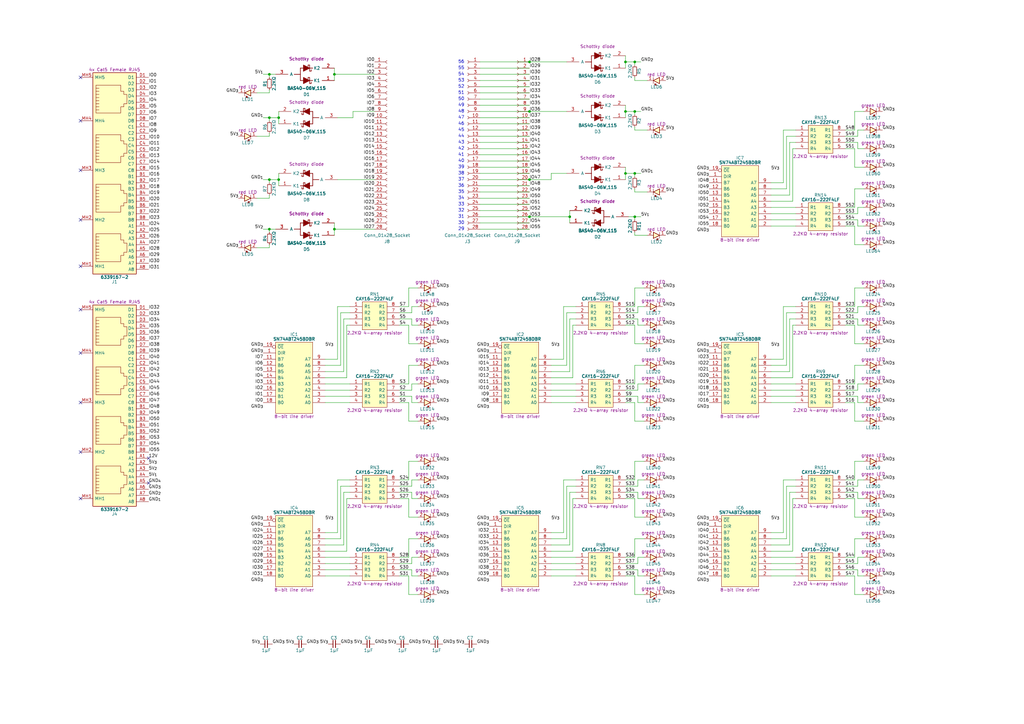
<source format=kicad_sch>
(kicad_sch (version 20250114) (generator "eeschema") (generator_version "9.0")
  (paper "A3")
  (title_block (title "HCP65 40pin Component Tester") (date "2025-08-17") (rev "V1"))
  (text "51" (at 190.5 38.1 0) (effects (font (size 1.27 1.27)) (justify right)))
  (text "45" (at 190.5 53.34 0) (effects (font (size 1.27 1.27)) (justify right)))
  (text "54" (at 190.5 30.48 0) (effects (font (size 1.27 1.27)) (justify right)))
  (text "40" (at 190.5 66.04 0) (effects (font (size 1.27 1.27)) (justify right)))
  (text "55" (at 190.5 27.94 0) (effects (font (size 1.27 1.27)) (justify right)))
  (text "32" (at 190.5 86.36 0) (effects (font (size 1.27 1.27)) (justify right)))
  (text "37" (at 190.5 73.66 0) (effects (font (size 1.27 1.27)) (justify right)))
  (text "56" (at 190.5 25.4 0) (effects (font (size 1.27 1.27)) (justify right)))
  (text "36" (at 190.5 76.2 0) (effects (font (size 1.27 1.27)) (justify right)))
  (text "50" (at 190.5 40.64 0) (effects (font (size 1.27 1.27)) (justify right)))
  (text "33" (at 190.5 83.82 0) (effects (font (size 1.27 1.27)) (justify right)))
  (text "41" (at 190.5 63.5 0) (effects (font (size 1.27 1.27)) (justify right)))
  (text "39" (at 190.5 68.58 0) (effects (font (size 1.27 1.27)) (justify right)))
  (text "35" (at 190.5 78.74 0) (effects (font (size 1.27 1.27)) (justify right)))
  (text "34" (at 190.5 81.28 0) (effects (font (size 1.27 1.27)) (justify right)))
  (text "47" (at 190.5 48.26 0) (effects (font (size 1.27 1.27)) (justify right)))
  (text "46" (at 190.5 50.8 0) (effects (font (size 1.27 1.27)) (justify right)))
  (text "38" (at 190.5 71.12 0) (effects (font (size 1.27 1.27)) (justify right)))
  (text "43" (at 190.5 58.42 0) (effects (font (size 1.27 1.27)) (justify right)))
  (text "29" (at 190.5 93.98 0) (effects (font (size 1.27 1.27)) (justify right)))
  (text "48" (at 190.5 45.72 0) (effects (font (size 1.27 1.27)) (justify right)))
  (text "42" (at 190.5 60.96 0) (effects (font (size 1.27 1.27)) (justify right)))
  (text "53" (at 190.5 33.02 0) (effects (font (size 1.27 1.27)) (justify right)))
  (text "31" (at 190.5 88.9 0) (effects (font (size 1.27 1.27)) (justify right)))
  (text "52" (at 190.5 35.56 0) (effects (font (size 1.27 1.27)) (justify right)))
  (text "49" (at 190.5 43.18 0) (effects (font (size 1.27 1.27)) (justify right)))
  (text "30" (at 190.5 91.44 0) (effects (font (size 1.27 1.27)) (justify right)))
  (text "44" (at 190.5 55.88 0) (effects (font (size 1.27 1.27)) (justify right)))
  (junction (at 114.3 48.26))
  (junction (at 217.17 88.9))
  (junction (at 110.49 93.98))
  (junction (at 260.35 25.4))
  (junction (at 260.35 88.9))
  (junction (at 137.16 30.48))
  (junction (at 217.17 25.4))
  (junction (at 110.49 48.26))
  (junction (at 256.54 25.4))
  (junction (at 137.16 93.98))
  (junction (at 233.68 88.9))
  (junction (at 114.3 73.66))
  (junction (at 256.54 71.12))
  (junction (at 256.54 45.72))
  (junction (at 110.49 30.48))
  (junction (at 217.17 45.72))
  (junction (at 260.35 71.12))
  (junction (at 110.49 73.66))
  (junction (at 217.17 73.66))
  (junction (at 260.35 45.72))
  (no_connect (at 60.96 198.12))
  (no_connect (at 33.02 49.53))
  (no_connect (at 33.02 144.78))
  (no_connect (at 60.96 187.96))
  (no_connect (at 33.02 90.17))
  (no_connect (at 33.02 69.85))
  (no_connect (at 33.02 185.42))
  (no_connect (at 33.02 165.1))
  (no_connect (at 33.02 204.47))
  (no_connect (at 33.02 127))
  (no_connect (at 33.02 31.75))
  (no_connect (at 33.02 109.22))
  (wire (pts (xy 316.23 233.68) (xy 326.39 233.68)))
  (wire (pts (xy 236.22 201.93) (xy 233.68 201.93)))
  (wire (pts (xy 351.79 133.35) (xy 354.33 133.35)))
  (wire (pts (xy 196.85 76.2) (xy 217.17 76.2)))
  (wire (pts (xy 167.64 236.22) (xy 163.83 236.22)))
  (wire (pts (xy 226.06 71.12) (xy 226.06 73.66)))
  (wire (pts (xy 260.35 204.47) (xy 256.54 204.47)))
  (wire (pts (xy 234.95 154.94) (xy 234.95 133.35)))
  (wire (pts (xy 346.71 233.68) (xy 351.79 233.68)))
  (wire (pts (xy 351.79 233.68) (xy 351.79 236.22)))
  (wire (pts (xy 260.35 243.84) (xy 260.35 236.22)))
  (wire (pts (xy 261.62 133.35) (xy 264.16 133.35)))
  (wire (pts (xy 350.52 157.48) (xy 346.71 157.48)))
  (wire (pts (xy 138.43 147.32) (xy 133.35 147.32)))
  (wire (pts (xy 323.85 201.93) (xy 323.85 223.52)))
  (wire (pts (xy 261.62 231.14) (xy 256.54 231.14)))
  (wire (pts (xy 110.49 38.1) (xy 105.41 38.1)))
  (wire (pts (xy 171.45 140.97) (xy 167.64 140.97)))
  (wire (pts (xy 168.91 133.35) (xy 171.45 133.35)))
  (wire (pts (xy 196.85 93.98) (xy 217.17 93.98)))
  (wire (pts (xy 167.64 165.1) (xy 163.83 165.1)))
  (wire (pts (xy 261.62 160.02) (xy 256.54 160.02)))
  (wire (pts (xy 233.68 152.4) (xy 226.06 152.4)))
  (wire (pts (xy 236.22 130.81) (xy 233.68 130.81)))
  (wire (pts (xy 133.35 228.6) (xy 143.51 228.6)))
  (wire (pts (xy 226.06 160.02) (xy 236.22 160.02)))
  (wire (pts (xy 256.54 25.4) (xy 256.54 27.94)))
  (wire (pts (xy 351.79 125.73) (xy 351.79 128.27)))
  (wire (pts (xy 351.79 236.22) (xy 354.33 236.22)))
  (wire (pts (xy 260.35 157.48) (xy 256.54 157.48)))
  (wire (pts (xy 316.23 236.22) (xy 326.39 236.22)))
  (wire (pts (xy 261.62 157.48) (xy 261.62 160.02)))
  (wire (pts (xy 142.24 204.47) (xy 143.51 204.47)))
  (wire (pts (xy 168.91 228.6) (xy 168.91 231.14)))
  (wire (pts (xy 350.52 196.85) (xy 346.71 196.85)))
  (wire (pts (xy 140.97 201.93) (xy 140.97 223.52)))
  (wire (pts (xy 139.7 128.27) (xy 139.7 149.86)))
  (wire (pts (xy 261.62 130.81) (xy 261.62 133.35)))
  (wire (pts (xy 231.14 125.73) (xy 231.14 147.32)))
  (wire (pts (xy 350.52 133.35) (xy 346.71 133.35)))
  (wire (pts (xy 350.52 92.71) (xy 346.71 92.71)))
  (wire (pts (xy 264.16 189.23) (xy 260.35 189.23)))
  (wire (pts (xy 167.64 189.23) (xy 167.64 196.85)))
  (wire (pts (xy 231.14 147.32) (xy 226.06 147.32)))
  (wire (pts (xy 325.12 60.96) (xy 326.39 60.96)))
  (wire (pts (xy 163.83 201.93) (xy 168.91 201.93)))
  (wire (pts (xy 350.52 204.47) (xy 346.71 204.47)))
  (wire (pts (xy 163.83 130.81) (xy 168.91 130.81)))
  (wire (pts (xy 260.35 33.02) (xy 265.43 33.02)))
  (wire (pts (xy 350.52 77.47) (xy 350.52 85.09)))
  (wire (pts (xy 260.35 125.73) (xy 256.54 125.73)))
  (wire (pts (xy 323.85 152.4) (xy 316.23 152.4)))
  (wire (pts (xy 354.33 77.47) (xy 350.52 77.47)))
  (wire (pts (xy 316.23 231.14) (xy 326.39 231.14)))
  (wire (pts (xy 196.85 25.4) (xy 217.17 25.4)))
  (wire (pts (xy 137.16 27.94) (xy 137.16 30.48)))
  (wire (pts (xy 110.49 48.26) (xy 110.49 49.53)))
  (wire (pts (xy 233.68 88.9) (xy 233.68 86.36)))
  (wire (pts (xy 110.49 48.26) (xy 107.95 48.26)))
  (wire (pts (xy 167.64 157.48) (xy 163.83 157.48)))
  (wire (pts (xy 354.33 45.72) (xy 350.52 45.72)))
  (wire (pts (xy 168.91 165.1) (xy 171.45 165.1)))
  (wire (pts (xy 196.85 68.58) (xy 217.17 68.58)))
  (wire (pts (xy 351.79 130.81) (xy 351.79 133.35)))
  (wire (pts (xy 171.45 118.11) (xy 167.64 118.11)))
  (wire (pts (xy 196.85 86.36) (xy 217.17 86.36)))
  (wire (pts (xy 226.06 233.68) (xy 236.22 233.68)))
  (wire (pts (xy 110.49 55.88) (xy 105.41 55.88)))
  (wire (pts (xy 261.62 204.47) (xy 264.16 204.47)))
  (wire (pts (xy 261.62 196.85) (xy 261.62 199.39)))
  (wire (pts (xy 168.91 204.47) (xy 171.45 204.47)))
  (wire (pts (xy 264.16 228.6) (xy 261.62 228.6)))
  (wire (pts (xy 260.35 236.22) (xy 256.54 236.22)))
  (wire (pts (xy 264.16 220.98) (xy 260.35 220.98)))
  (wire (pts (xy 264.16 118.11) (xy 260.35 118.11)))
  (wire (pts (xy 168.91 231.14) (xy 163.83 231.14)))
  (wire (pts (xy 261.62 162.56) (xy 261.62 165.1)))
  (wire (pts (xy 316.23 154.94) (xy 325.12 154.94)))
  (wire (pts (xy 260.35 95.25) (xy 260.35 96.52)))
  (wire (pts (xy 137.16 93.98) (xy 137.16 96.52)))
  (wire (pts (xy 236.22 128.27) (xy 232.41 128.27)))
  (wire (pts (xy 350.52 100.33) (xy 350.52 92.71)))
  (wire (pts (xy 321.31 74.93) (xy 316.23 74.93)))
  (wire (pts (xy 137.16 30.48) (xy 137.16 33.02)))
  (wire (pts (xy 196.85 83.82) (xy 217.17 83.82)))
  (wire (pts (xy 168.91 236.22) (xy 171.45 236.22)))
  (wire (pts (xy 260.35 77.47) (xy 260.35 78.74)))
  (wire (pts (xy 226.06 162.56) (xy 236.22 162.56)))
  (wire (pts (xy 256.54 45.72) (xy 256.54 43.18)))
  (wire (pts (xy 325.12 226.06) (xy 325.12 204.47)))
  (wire (pts (xy 351.79 55.88) (xy 346.71 55.88)))
  (wire (pts (xy 264.16 196.85) (xy 261.62 196.85)))
  (wire (pts (xy 140.97 130.81) (xy 140.97 152.4)))
  (wire (pts (xy 323.85 130.81) (xy 323.85 152.4)))
  (wire (pts (xy 256.54 45.72) (xy 256.54 48.26)))
  (wire (pts (xy 256.54 162.56) (xy 261.62 162.56)))
  (wire (pts (xy 261.62 228.6) (xy 261.62 231.14)))
  (wire (pts (xy 325.12 133.35) (xy 326.39 133.35)))
  (wire (pts (xy 139.7 149.86) (xy 133.35 149.86)))
  (wire (pts (xy 321.31 53.34) (xy 321.31 74.93)))
  (wire (pts (xy 233.68 88.9) (xy 233.68 91.44)))
  (wire (pts (xy 321.31 125.73) (xy 321.31 147.32)))
  (wire (pts (xy 168.91 128.27) (xy 163.83 128.27)))
  (wire (pts (xy 110.49 81.28) (xy 105.41 81.28)))
  (wire (pts (xy 316.23 90.17) (xy 326.39 90.17)))
  (wire (pts (xy 196.85 63.5) (xy 217.17 63.5)))
  (wire (pts (xy 316.23 157.48) (xy 326.39 157.48)))
  (wire (pts (xy 139.7 199.39) (xy 139.7 220.98)))
  (wire (pts (xy 167.64 228.6) (xy 163.83 228.6)))
  (wire (pts (xy 326.39 130.81) (xy 323.85 130.81)))
  (wire (pts (xy 321.31 147.32) (xy 316.23 147.32)))
  (wire (pts (xy 143.51 125.73) (xy 138.43 125.73)))
  (wire (pts (xy 260.35 45.72) (xy 262.89 45.72)))
  (wire (pts (xy 234.95 226.06) (xy 234.95 204.47)))
  (wire (pts (xy 114.3 73.66) (xy 110.49 73.66)))
  (wire (pts (xy 110.49 30.48) (xy 110.49 31.75)))
  (wire (pts (xy 261.62 128.27) (xy 256.54 128.27)))
  (wire (pts (xy 350.52 236.22) (xy 346.71 236.22)))
  (wire (pts (xy 326.39 58.42) (xy 323.85 58.42)))
  (wire (pts (xy 171.45 149.86) (xy 167.64 149.86)))
  (wire (pts (xy 351.79 201.93) (xy 351.79 204.47)))
  (wire (pts (xy 196.85 55.88) (xy 217.17 55.88)))
  (wire (pts (xy 110.49 101.6) (xy 105.41 101.6)))
  (wire (pts (xy 354.33 85.09) (xy 351.79 85.09)))
  (wire (pts (xy 171.45 212.09) (xy 167.64 212.09)))
  (wire (pts (xy 260.35 45.72) (xy 260.35 46.99)))
  (wire (pts (xy 140.97 223.52) (xy 133.35 223.52)))
  (wire (pts (xy 168.91 196.85) (xy 168.91 199.39)))
  (wire (pts (xy 260.35 172.72) (xy 260.35 165.1)))
  (wire (pts (xy 142.24 154.94) (xy 142.24 133.35)))
  (wire (pts (xy 346.71 90.17) (xy 351.79 90.17)))
  (wire (pts (xy 260.35 165.1) (xy 256.54 165.1)))
  (wire (pts (xy 260.35 71.12) (xy 260.35 72.39)))
  (wire (pts (xy 114.3 48.26) (xy 114.3 50.8)))
  (wire (pts (xy 133.35 233.68) (xy 143.51 233.68)))
  (wire (pts (xy 261.62 236.22) (xy 264.16 236.22)))
  (wire (pts (xy 236.22 199.39) (xy 232.41 199.39)))
  (wire (pts (xy 264.16 157.48) (xy 261.62 157.48)))
  (wire (pts (xy 326.39 196.85) (xy 321.31 196.85)))
  (wire (pts (xy 326.39 55.88) (xy 322.58 55.88)))
  (wire (pts (xy 226.06 157.48) (xy 236.22 157.48)))
  (wire (pts (xy 171.45 196.85) (xy 168.91 196.85)))
  (wire (pts (xy 351.79 160.02) (xy 346.71 160.02)))
  (wire (pts (xy 351.79 199.39) (xy 346.71 199.39)))
  (wire (pts (xy 322.58 77.47) (xy 316.23 77.47)))
  (wire (pts (xy 137.16 93.98) (xy 153.67 93.98)))
  (wire (pts (xy 325.12 204.47) (xy 326.39 204.47)))
  (wire (pts (xy 113.03 93.98) (xy 110.49 93.98)))
  (wire (pts (xy 260.35 96.52) (xy 265.43 96.52)))
  (wire (pts (xy 168.91 199.39) (xy 163.83 199.39)))
  (wire (pts (xy 171.45 220.98) (xy 167.64 220.98)))
  (wire (pts (xy 351.79 53.34) (xy 351.79 55.88)))
  (wire (pts (xy 226.06 236.22) (xy 236.22 236.22)))
  (wire (pts (xy 256.54 45.72) (xy 260.35 45.72)))
  (wire (pts (xy 323.85 80.01) (xy 316.23 80.01)))
  (wire (pts (xy 261.62 201.93) (xy 261.62 204.47)))
  (wire (pts (xy 196.85 38.1) (xy 217.17 38.1)))
  (wire (pts (xy 114.3 48.26) (xy 114.3 45.72)))
  (wire (pts (xy 354.33 212.09) (xy 350.52 212.09)))
  (wire (pts (xy 133.35 157.48) (xy 143.51 157.48)))
  (wire (pts (xy 226.06 165.1) (xy 236.22 165.1)))
  (wire (pts (xy 256.54 71.12) (xy 256.54 68.58)))
  (wire (pts (xy 316.23 162.56) (xy 326.39 162.56)))
  (wire (pts (xy 261.62 125.73) (xy 261.62 128.27)))
  (wire (pts (xy 256.54 130.81) (xy 261.62 130.81)))
  (wire (pts (xy 260.35 196.85) (xy 256.54 196.85)))
  (wire (pts (xy 168.91 130.81) (xy 168.91 133.35)))
  (wire (pts (xy 354.33 157.48) (xy 351.79 157.48)))
  (wire (pts (xy 322.58 199.39) (xy 322.58 220.98)))
  (wire (pts (xy 316.23 228.6) (xy 326.39 228.6)))
  (wire (pts (xy 233.68 223.52) (xy 226.06 223.52)))
  (wire (pts (xy 167.64 133.35) (xy 163.83 133.35)))
  (wire (pts (xy 354.33 125.73) (xy 351.79 125.73)))
  (wire (pts (xy 167.64 204.47) (xy 163.83 204.47)))
  (wire (pts (xy 260.35 78.74) (xy 265.43 78.74)))
  (wire (pts (xy 143.51 128.27) (xy 139.7 128.27)))
  (wire (pts (xy 196.85 60.96) (xy 217.17 60.96)))
  (wire (pts (xy 350.52 228.6) (xy 346.71 228.6)))
  (wire (pts (xy 168.91 125.73) (xy 168.91 128.27)))
  (wire (pts (xy 144.78 45.72) (xy 144.78 48.26)))
  (wire (pts (xy 316.23 226.06) (xy 325.12 226.06)))
  (wire (pts (xy 260.35 149.86) (xy 260.35 157.48)))
  (wire (pts (xy 137.16 91.44) (xy 137.16 93.98)))
  (wire (pts (xy 316.23 87.63) (xy 326.39 87.63)))
  (wire (pts (xy 346.71 58.42) (xy 351.79 58.42)))
  (wire (pts (xy 350.52 118.11) (xy 350.52 125.73)))
  (wire (pts (xy 351.79 204.47) (xy 354.33 204.47)))
  (wire (pts (xy 196.85 40.64) (xy 217.17 40.64)))
  (wire (pts (xy 114.3 48.26) (xy 110.49 48.26)))
  (wire (pts (xy 234.95 204.47) (xy 236.22 204.47)))
  (wire (pts (xy 354.33 118.11) (xy 350.52 118.11)))
  (wire (pts (xy 196.85 58.42) (xy 217.17 58.42)))
  (wire (pts (xy 233.68 201.93) (xy 233.68 223.52)))
  (wire (pts (xy 264.16 212.09) (xy 260.35 212.09)))
  (wire (pts (xy 167.64 149.86) (xy 167.64 157.48)))
  (wire (pts (xy 226.06 231.14) (xy 236.22 231.14)))
  (wire (pts (xy 354.33 243.84) (xy 350.52 243.84)))
  (wire (pts (xy 143.51 130.81) (xy 140.97 130.81)))
  (wire (pts (xy 346.71 130.81) (xy 351.79 130.81)))
  (wire (pts (xy 350.52 45.72) (xy 350.52 53.34)))
  (wire (pts (xy 168.91 201.93) (xy 168.91 204.47)))
  (wire (pts (xy 351.79 228.6) (xy 351.79 231.14)))
  (wire (pts (xy 196.85 30.48) (xy 217.17 30.48)))
  (wire (pts (xy 351.79 231.14) (xy 346.71 231.14)))
  (wire (pts (xy 110.49 93.98) (xy 110.49 95.25)))
  (wire (pts (xy 351.79 128.27) (xy 346.71 128.27)))
  (wire (pts (xy 323.85 223.52) (xy 316.23 223.52)))
  (wire (pts (xy 354.33 172.72) (xy 350.52 172.72)))
  (wire (pts (xy 163.83 233.68) (xy 168.91 233.68)))
  (wire (pts (xy 350.52 125.73) (xy 346.71 125.73)))
  (wire (pts (xy 196.85 81.28) (xy 217.17 81.28)))
  (wire (pts (xy 226.06 71.12) (xy 232.41 71.12)))
  (wire (pts (xy 142.24 133.35) (xy 143.51 133.35)))
  (wire (pts (xy 350.52 60.96) (xy 346.71 60.96)))
  (wire (pts (xy 236.22 196.85) (xy 231.14 196.85)))
  (wire (pts (xy 326.39 125.73) (xy 321.31 125.73)))
  (wire (pts (xy 322.58 128.27) (xy 322.58 149.86)))
  (wire (pts (xy 171.45 189.23) (xy 167.64 189.23)))
  (wire (pts (xy 350.52 212.09) (xy 350.52 204.47)))
  (wire (pts (xy 264.16 149.86) (xy 260.35 149.86)))
  (wire (pts (xy 326.39 201.93) (xy 323.85 201.93)))
  (wire (pts (xy 137.16 30.48) (xy 153.67 30.48)))
  (wire (pts (xy 133.35 231.14) (xy 143.51 231.14)))
  (wire (pts (xy 346.71 162.56) (xy 351.79 162.56)))
  (wire (pts (xy 316.23 165.1) (xy 326.39 165.1)))
  (wire (pts (xy 351.79 85.09) (xy 351.79 87.63)))
  (wire (pts (xy 167.64 125.73) (xy 163.83 125.73)))
  (wire (pts (xy 316.23 92.71) (xy 326.39 92.71)))
  (wire (pts (xy 196.85 78.74) (xy 217.17 78.74)))
  (wire (pts (xy 351.79 92.71) (xy 354.33 92.71)))
  (wire (pts (xy 264.16 125.73) (xy 261.62 125.73)))
  (wire (pts (xy 232.41 220.98) (xy 226.06 220.98)))
  (wire (pts (xy 261.62 165.1) (xy 264.16 165.1)))
  (wire (pts (xy 354.33 53.34) (xy 351.79 53.34)))
  (wire (pts (xy 260.35 25.4) (xy 262.89 25.4)))
  (wire (pts (xy 260.35 52.07) (xy 260.35 53.34)))
  (wire (pts (xy 316.23 82.55) (xy 325.12 82.55)))
  (wire (pts (xy 354.33 220.98) (xy 350.52 220.98)))
  (wire (pts (xy 236.22 125.73) (xy 231.14 125.73)))
  (wire (pts (xy 110.49 93.98) (xy 107.95 93.98)))
  (wire (pts (xy 171.45 172.72) (xy 167.64 172.72)))
  (wire (pts (xy 325.12 82.55) (xy 325.12 60.96)))
  (wire (pts (xy 196.85 45.72) (xy 217.17 45.72)))
  (wire (pts (xy 316.23 160.02) (xy 326.39 160.02)))
  (wire (pts (xy 354.33 149.86) (xy 350.52 149.86)))
  (wire (pts (xy 260.35 31.75) (xy 260.35 33.02)))
  (wire (pts (xy 110.49 73.66) (xy 107.95 73.66)))
  (wire (pts (xy 110.49 80.01) (xy 110.49 81.28)))
  (wire (pts (xy 264.16 140.97) (xy 260.35 140.97)))
  (wire (pts (xy 351.79 90.17) (xy 351.79 92.71)))
  (wire (pts (xy 217.17 25.4) (xy 232.41 25.4)))
  (wire (pts (xy 167.64 196.85) (xy 163.83 196.85)))
  (wire (pts (xy 171.45 228.6) (xy 168.91 228.6)))
  (wire (pts (xy 196.85 27.94) (xy 217.17 27.94)))
  (wire (pts (xy 350.52 140.97) (xy 350.52 133.35)))
  (wire (pts (xy 351.79 162.56) (xy 351.79 165.1)))
  (wire (pts (xy 232.41 199.39) (xy 232.41 220.98)))
  (wire (pts (xy 350.52 243.84) (xy 350.52 236.22)))
  (wire (pts (xy 171.45 243.84) (xy 167.64 243.84)))
  (wire (pts (xy 138.43 218.44) (xy 133.35 218.44)))
  (wire (pts (xy 196.85 33.02) (xy 217.17 33.02)))
  (wire (pts (xy 260.35 118.11) (xy 260.35 125.73)))
  (wire (pts (xy 163.83 162.56) (xy 168.91 162.56)))
  (wire (pts (xy 133.35 162.56) (xy 143.51 162.56)))
  (wire (pts (xy 354.33 189.23) (xy 350.52 189.23)))
  (wire (pts (xy 261.62 233.68) (xy 261.62 236.22)))
  (wire (pts (xy 168.91 162.56) (xy 168.91 165.1)))
  (wire (pts (xy 264.16 172.72) (xy 260.35 172.72)))
  (wire (pts (xy 168.91 157.48) (xy 168.91 160.02)))
  (wire (pts (xy 260.35 88.9) (xy 260.35 90.17)))
  (wire (pts (xy 256.54 25.4) (xy 256.54 22.86)))
  (wire (pts (xy 196.85 91.44) (xy 217.17 91.44)))
  (wire (pts (xy 217.17 45.72) (xy 232.41 45.72)))
  (wire (pts (xy 133.35 154.94) (xy 142.24 154.94)))
  (wire (pts (xy 257.81 88.9) (xy 260.35 88.9)))
  (wire (pts (xy 234.95 133.35) (xy 236.22 133.35)))
  (wire (pts (xy 260.35 228.6) (xy 256.54 228.6)))
  (wire (pts (xy 196.85 53.34) (xy 217.17 53.34)))
  (wire (pts (xy 196.85 50.8) (xy 217.17 50.8)))
  (wire (pts (xy 196.85 66.04) (xy 217.17 66.04)))
  (wire (pts (xy 321.31 196.85) (xy 321.31 218.44)))
  (wire (pts (xy 346.71 201.93) (xy 351.79 201.93)))
  (wire (pts (xy 167.64 118.11) (xy 167.64 125.73)))
  (wire (pts (xy 351.79 196.85) (xy 351.79 199.39)))
  (wire (pts (xy 321.31 218.44) (xy 316.23 218.44)))
  (wire (pts (xy 322.58 149.86) (xy 316.23 149.86)))
  (wire (pts (xy 142.24 226.06) (xy 142.24 204.47)))
  (wire (pts (xy 264.16 243.84) (xy 260.35 243.84)))
  (wire (pts (xy 217.17 88.9) (xy 233.68 88.9)))
  (wire (pts (xy 260.35 25.4) (xy 260.35 26.67)))
  (wire (pts (xy 196.85 73.66) (xy 217.17 73.66)))
  (wire (pts (xy 260.35 220.98) (xy 260.35 228.6)))
  (wire (pts (xy 322.58 55.88) (xy 322.58 77.47)))
  (wire (pts (xy 133.35 236.22) (xy 143.51 236.22)))
  (wire (pts (xy 167.64 220.98) (xy 167.64 228.6)))
  (wire (pts (xy 143.51 199.39) (xy 139.7 199.39)))
  (wire (pts (xy 260.35 71.12) (xy 262.89 71.12)))
  (wire (pts (xy 256.54 71.12) (xy 256.54 73.66)))
  (wire (pts (xy 260.35 140.97) (xy 260.35 133.35)))
  (wire (pts (xy 133.35 160.02) (xy 143.51 160.02)))
  (wire (pts (xy 167.64 212.09) (xy 167.64 204.47)))
  (wire (pts (xy 351.79 165.1) (xy 354.33 165.1)))
  (wire (pts (xy 196.85 88.9) (xy 217.17 88.9)))
  (wire (pts (xy 110.49 54.61) (xy 110.49 55.88)))
  (wire (pts (xy 138.43 48.26) (xy 144.78 48.26)))
  (wire (pts (xy 326.39 128.27) (xy 322.58 128.27)))
  (wire (pts (xy 133.35 226.06) (xy 142.24 226.06)))
  (wire (pts (xy 351.79 87.63) (xy 346.71 87.63)))
  (wire (pts (xy 316.23 85.09) (xy 326.39 85.09)))
  (wire (pts (xy 256.54 71.12) (xy 260.35 71.12)))
  (wire (pts (xy 167.64 243.84) (xy 167.64 236.22)))
  (wire (pts (xy 196.85 35.56) (xy 217.17 35.56)))
  (wire (pts (xy 256.54 25.4) (xy 260.35 25.4)))
  (wire (pts (xy 350.52 85.09) (xy 346.71 85.09)))
  (wire (pts (xy 153.67 45.72) (xy 144.78 45.72)))
  (wire (pts (xy 322.58 220.98) (xy 316.23 220.98)))
  (wire (pts (xy 354.33 140.97) (xy 350.52 140.97)))
  (wire (pts (xy 110.49 36.83) (xy 110.49 38.1)))
  (wire (pts (xy 350.52 220.98) (xy 350.52 228.6)))
  (wire (pts (xy 326.39 199.39) (xy 322.58 199.39)))
  (wire (pts (xy 167.64 140.97) (xy 167.64 133.35)))
  (wire (pts (xy 226.06 154.94) (xy 234.95 154.94)))
  (wire (pts (xy 325.12 154.94) (xy 325.12 133.35)))
  (wire (pts (xy 138.43 125.73) (xy 138.43 147.32)))
  (wire (pts (xy 351.79 60.96) (xy 354.33 60.96)))
  (wire (pts (xy 139.7 220.98) (xy 133.35 220.98)))
  (wire (pts (xy 256.54 233.68) (xy 261.62 233.68)))
  (wire (pts (xy 168.91 233.68) (xy 168.91 236.22)))
  (wire (pts (xy 196.85 71.12) (xy 217.17 71.12)))
  (wire (pts (xy 196.85 43.18) (xy 217.17 43.18)))
  (wire (pts (xy 168.91 160.02) (xy 163.83 160.02)))
  (wire (pts (xy 110.49 100.33) (xy 110.49 101.6)))
  (wire (pts (xy 354.33 68.58) (xy 350.52 68.58)))
  (wire (pts (xy 261.62 199.39) (xy 256.54 199.39)))
  (wire (pts (xy 326.39 53.34) (xy 321.31 53.34)))
  (wire (pts (xy 233.68 130.81) (xy 233.68 152.4)))
  (wire (pts (xy 260.35 88.9) (xy 262.89 88.9)))
  (wire (pts (xy 171.45 157.48) (xy 168.91 157.48)))
  (wire (pts (xy 260.35 189.23) (xy 260.35 196.85)))
  (wire (pts (xy 232.41 149.86) (xy 226.06 149.86)))
  (wire (pts (xy 354.33 196.85) (xy 351.79 196.85)))
  (wire (pts (xy 196.85 48.26) (xy 217.17 48.26)))
  (wire (pts (xy 140.97 152.4) (xy 133.35 152.4)))
  (wire (pts (xy 114.3 73.66) (xy 114.3 76.2)))
  (wire (pts (xy 167.64 172.72) (xy 167.64 165.1)))
  (wire (pts (xy 323.85 58.42) (xy 323.85 80.01)))
  (wire (pts (xy 110.49 30.48) (xy 107.95 30.48)))
  (wire (pts (xy 354.33 228.6) (xy 351.79 228.6)))
  (wire (pts (xy 350.52 165.1) (xy 346.71 165.1)))
  (wire (pts (xy 171.45 125.73) (xy 168.91 125.73)))
  (wire (pts (xy 226.06 228.6) (xy 236.22 228.6)))
  (wire (pts (xy 143.51 201.93) (xy 140.97 201.93)))
  (wire (pts (xy 350.52 53.34) (xy 346.71 53.34)))
  (wire (pts (xy 143.51 196.85) (xy 138.43 196.85)))
  (wire (pts (xy 350.52 172.72) (xy 350.52 165.1)))
  (wire (pts (xy 350.52 189.23) (xy 350.52 196.85)))
  (wire (pts (xy 138.43 196.85) (xy 138.43 218.44)))
  (wire (pts (xy 260.35 133.35) (xy 256.54 133.35)))
  (wire (pts (xy 231.14 218.44) (xy 226.06 218.44)))
  (wire (pts (xy 260.35 212.09) (xy 260.35 204.47)))
  (wire (pts (xy 113.03 30.48) (xy 110.49 30.48)))
  (wire (pts (xy 350.52 68.58) (xy 350.52 60.96)))
  (wire (pts (xy 232.41 128.27) (xy 232.41 149.86)))
  (wire (pts (xy 351.79 58.42) (xy 351.79 60.96)))
  (wire (pts (xy 350.52 149.86) (xy 350.52 157.48)))
  (wire (pts (xy 231.14 196.85) (xy 231.14 218.44)))
  (wire (pts (xy 256.54 201.93) (xy 261.62 201.93)))
  (wire (pts (xy 133.35 165.1) (xy 143.51 165.1)))
  (wire (pts (xy 354.33 100.33) (xy 350.52 100.33)))
  (wire (pts (xy 260.35 53.34) (xy 265.43 53.34)))
  (wire (pts (xy 110.49 73.66) (xy 110.49 74.93)))
  (wire (pts (xy 226.06 73.66) (xy 217.17 73.66)))
  (wire (pts (xy 226.06 226.06) (xy 234.95 226.06)))
  (wire (pts (xy 351.79 157.48) (xy 351.79 160.02)))
  (wire (pts (xy 138.43 73.66) (xy 153.67 73.66)))
  (wire (pts (xy 114.3 73.66) (xy 114.3 71.12)))
  (label "GND_{3}" (at 361.95 157.48 0))
  (label "GND_{1}" (at 262.89 45.72 0))
  (label "S6" (at 163.83 128.27 0))
  (label "S41" (at 346.71 199.39 0))
  (label "S12" (at 256.54 133.35 0))
  (label "5V_{3}" (at 134.62 264.16 180))
  (label "GND_{3}" (at 361.95 220.98 0))
  (label "S17" (at 346.71 162.56 0))
  (label "5V_{3}" (at 226.06 142.24 0))
  (label "IO44" (at 60.96 157.48 0))
  (label "5V_{3}" (at 316.23 213.36 0))
  (label "GND_{3}" (at 200.66 142.24 180))
  (label "IO13" (at 153.67 58.42 180))
  (label "GND_{3}" (at 271.78 140.97 0))
  (label "IO5" (at 60.96 44.45 0))
  (label "S19" (at 346.71 157.48 0))
  (label "IO55" (at 60.96 185.42 0))
  (label "IO39" (at 217.17 53.34 0))
  (label "IO54" (at 290.83 90.17 180))
  (label "GND_{3}" (at 290.83 95.25 180))
  (label "GND_{3}" (at 179.07 133.35 0))
  (label "GND_{3}" (at 179.07 157.48 0))
  (label "IO27" (at 153.67 93.98 180))
  (label "GND_{3}" (at 271.78 165.1 0))
  (label "IO43" (at 290.83 226.06 180))
  (label "IO29" (at 60.96 105.41 0))
  (label "S15" (at 256.54 125.73 0))
  (label "GND_{3}" (at 179.07 165.1 0))
  (label "S50" (at 346.71 58.42 0))
  (label "IO9" (at 153.67 48.26 180))
  (label "IO24" (at 153.67 86.36 180))
  (label "S34" (at 256.54 201.93 0))
  (label "IO54" (at 217.17 91.44 0))
  (label "IO4" (at 60.96 41.91 0))
  (label "5V_{3}" (at 120.65 264.16 180))
  (label "IO1" (at 153.67 27.94 180))
  (label "IO53" (at 60.96 180.34 0))
  (label "IO2" (at 153.67 30.48 180))
  (label "IO38" (at 217.17 50.8 0))
  (label "GND_{3}" (at 361.95 243.84 0))
  (label "GND_{3}" (at 361.95 196.85 0))
  (label "S49" (at 346.71 55.88 0))
  (label "IO34" (at 60.96 132.08 0))
  (label "IO12" (at 60.96 62.23 0))
  (label "GND_{3}" (at 271.78 157.48 0))
  (label "IO17" (at 60.96 74.93 0))
  (label "5V_{1}" (at 107.95 30.48 180))
  (label "IO36" (at 217.17 45.72 0))
  (label "IO8" (at 153.67 45.72 180))
  (label "GND_{3}" (at 179.07 125.73 0))
  (label "GND_{3}" (at 290.83 213.36 180))
  (label "GND_{3}" (at 361.95 149.86 0))
  (label "GND_{3}" (at 361.95 118.11 0))
  (label "IO23" (at 290.83 147.32 180))
  (label "IO19" (at 290.83 157.48 180))
  (label "IO47" (at 60.96 165.1 0))
  (label "5V_{3}" (at 273.05 78.74 0))
  (label "IO25" (at 153.67 88.9 180))
  (label "GND_{3}" (at 290.83 144.78 180))
  (label "GND_{3}" (at 271.78 133.35 0))
  (label "IO3" (at 153.67 33.02 180))
  (label "S7" (at 163.83 125.73 0))
  (label "IO35" (at 217.17 43.18 0))
  (label "IO51" (at 60.96 175.26 0))
  (label "IO51" (at 290.83 82.55 180))
  (label "IO10" (at 153.67 50.8 180))
  (label "GND_{3}" (at 179.07 149.86 0))
  (label "GND_{3}" (at 107.95 167.64 180))
  (label "GND_{3}" (at 179.07 172.72 0))
  (label "5V_{3}" (at 97.79 55.88 180))
  (label "IO43" (at 217.17 63.5 0))
  (label "IO15" (at 200.66 147.32 180))
  (label "GND_{3}" (at 290.83 167.64 180))
  (label "IO26" (at 60.96 97.79 0))
  (label "IO11" (at 60.96 59.69 0))
  (label "5V_{1}" (at 60.96 195.58 0))
  (label "S0" (at 163.83 165.1 0))
  (label "5V_{3}" (at 316.23 142.24 0))
  (label "GND_{3}" (at 361.95 189.23 0))
  (label "S42" (at 346.71 201.93 0))
  (label "GND_{3}" (at 361.95 85.09 0))
  (label "GND_{3}" (at 179.07 140.97 0))
  (label "IO49" (at 290.83 77.47 180))
  (label "IO32" (at 60.96 127 0))
  (label "GND_{3}" (at 107.95 213.36 180))
  (label "GND_{3}" (at 290.83 72.39 180))
  (label "GND_{3}" (at 361.95 100.33 0))
  (label "IO27" (at 107.95 226.06 180))
  (label "IO20" (at 153.67 76.2 180))
  (label "IO30" (at 107.95 233.68 180))
  (label "IO33" (at 217.17 38.1 0))
  (label "5V_{1}" (at 262.89 88.9 0))
  (label "IO4" (at 107.95 154.94 180))
  (label "IO28" (at 217.17 25.4 0))
  (label "IO23" (at 60.96 90.17 0))
  (label "GND_{3}" (at 200.66 238.76 180))
  (label "GND_{3}" (at 153.67 264.16 0))
  (label "S48" (at 346.71 53.34 0))
  (label "IO41" (at 290.83 220.98 180))
  (label "GND_{3}" (at 273.05 96.52 0))
  (label "IO35" (at 200.66 226.06 180))
  (label "5V_{3}" (at 148.59 264.16 180))
  (label "GND_{4}" (at 60.96 198.12 0))
  (label "IO55" (at 217.17 93.98 0))
  (label "GND_{3}" (at 361.95 77.47 0))
  (label "GND_{3}" (at 361.95 172.72 0))
  (label "S55" (at 346.71 92.71 0))
  (label "IO29" (at 107.95 231.14 180))
  (label "IO13" (at 200.66 152.4 180))
  (label "GND_{3}" (at 271.78 172.72 0))
  (label "IO25" (at 107.95 220.98 180))
  (label "IO37" (at 60.96 139.7 0))
  (label "GND_{3}" (at 271.78 196.85 0))
  (label "IO46" (at 290.83 233.68 180))
  (label "IO50" (at 60.96 172.72 0))
  (label "S27" (at 163.83 204.47 0))
  (label "IO18" (at 153.67 71.12 180))
  (label "S43" (at 346.71 204.47 0))
  (label "IO28" (at 60.96 102.87 0))
  (label "S35" (at 256.54 204.47 0))
  (label "IO47" (at 290.83 236.22 180))
  (label "5V_{2}" (at 60.96 193.04 0))
  (label "GND_{3}" (at 290.83 215.9 180))
  (label "S28" (at 163.83 228.6 0))
  (label "IO45" (at 217.17 68.58 0))
  (label "IO3" (at 107.95 157.48 180))
  (label "IO0" (at 107.95 165.1 180))
  (label "IO50" (at 290.83 80.01 180))
  (label "5V_{2}" (at 107.95 93.98 180))
  (label "IO48" (at 290.83 74.93 180))
  (label "IO13" (at 60.96 64.77 0))
  (label "IO10" (at 200.66 160.02 180))
  (label "IO24" (at 107.95 218.44 180))
  (label "5V_{3}" (at 162.56 264.16 180))
  (label "IO23" (at 153.67 83.82 180))
  (label "GND_{1}" (at 107.95 73.66 180))
  (label "IO27" (at 60.96 100.33 0))
  (label "IO14" (at 153.67 60.96 180))
  (label "GND_{3}" (at 179.07 189.23 0))
  (label "IO21" (at 60.96 85.09 0))
  (label "GND_{1}" (at 262.89 71.12 0))
  (label "GND_{3}" (at 107.95 215.9 180))
  (label "S30" (at 163.83 233.68 0))
  (label "GND_{3}" (at 361.95 140.97 0))
  (label "IO8" (at 200.66 165.1 180))
  (label "GND_{3}" (at 271.78 118.11 0))
  (label "GND_{3}" (at 361.95 236.22 0))
  (label "S44" (at 346.71 228.6 0))
  (label "GND_{3}" (at 290.83 142.24 180))
  (label "IO42" (at 217.17 60.96 0))
  (label "IO19" (at 60.96 80.01 0))
  (label "S20" (at 346.71 133.35 0))
  (label "GND_{3}" (at 97.79 38.1 180))
  (label "S37" (at 256.54 231.14 0))
  (label "IO17" (at 290.83 162.56 180))
  (label "S24" (at 163.83 196.85 0))
  (label "GND_{3}" (at 139.7 264.16 0))
  (label "IO21" (at 153.67 78.74 180))
  (label "S13" (at 256.54 130.81 0))
  (label "S26" (at 163.83 201.93 0))
  (label "S51" (at 346.71 60.96 0))
  (label "GND_{3}" (at 195.58 264.16 0))
  (label "IO52" (at 290.83 85.09 180))
  (label "S16" (at 346.71 165.1 0))
  (label "S11" (at 256.54 157.48 0))
  (label "GND_{3}" (at 60.96 200.66 0))
  (label "GND_{3}" (at 107.95 238.76 180))
  (label "GND_{3}" (at 97.79 101.6 180))
  (label "GND_{3}" (at 107.95 142.24 180))
  (label "IO11" (at 153.67 53.34 180))
  (label "GND_{3}" (at 200.66 213.36 180))
  (label "IO32" (at 217.17 35.56 0))
  (label "GND_{3}" (at 361.95 45.72 0))
  (label "IO7" (at 107.95 147.32 180))
  (label "IO0" (at 60.96 31.75 0))
  (label "IO42" (at 290.83 223.52 180))
  (label "GND_{3}" (at 200.66 167.64 180))
  (label "S54" (at 346.71 90.17 0))
  (label "IO40" (at 217.17 55.88 0))
  (label "5V_{3}" (at 273.05 53.34 0))
  (label "GND_{3}" (at 179.07 220.98 0))
  (label "IO32" (at 200.66 218.44 180))
  (label "GND_{3}" (at 290.83 238.76 180))
  (label "GND_{3}" (at 271.78 125.73 0))
  (label "IO44" (at 217.17 66.04 0))
  (label "IO9" (at 200.66 162.56 180))
  (label "IO25" (at 60.96 95.25 0))
  (label "IO26" (at 107.95 223.52 180))
  (label "S8" (at 256.54 165.1 0))
  (label "GND_{3}" (at 179.07 243.84 0))
  (label "IO47" (at 217.17 73.66 0))
  (label "IO31" (at 217.17 33.02 0))
  (label "IO30" (at 60.96 107.95 0))
  (label "S25" (at 163.83 199.39 0))
  (label "S14" (at 256.54 128.27 0))
  (label "IO38" (at 60.96 142.24 0))
  (label "GND_{3}" (at 361.95 204.47 0))
  (label "IO39" (at 60.96 144.78 0))
  (label "GND_{3}" (at 271.78 228.6 0))
  (label "IO6" (at 107.95 149.86 180))
  (label "GND_{3}" (at 361.95 92.71 0))
  (label "IO22" (at 153.67 81.28 180))
  (label "IO50" (at 217.17 81.28 0))
  (label "IO12" (at 200.66 154.94 180))
  (label "S18" (at 346.71 160.02 0))
  (label "IO8" (at 60.96 52.07 0))
  (label "IO30" (at 217.17 30.48 0))
  (label "IO55" (at 290.83 92.71 180))
  (label "IO11" (at 200.66 157.48 180))
  (label "IO48" (at 217.17 76.2 0))
  (label "GND_{3}" (at 361.95 68.58 0))
  (label "IO22" (at 60.96 87.63 0))
  (label "IO12" (at 153.67 55.88 180))
  (label "S3" (at 163.83 157.48 0))
  (label "IO15" (at 60.96 69.85 0))
  (label "GND_{1}" (at 107.95 48.26 180))
  (label "GND_{3}" (at 111.76 264.16 0))
  (label "GND_{3}" (at 361.95 125.73 0))
  (label "IO15" (at 153.67 63.5 180))
  (label "IO7" (at 153.67 43.18 180))
  (label "S21" (at 346.71 130.81 0))
  (label "IO51" (at 217.17 83.82 0))
  (label "IO2" (at 107.95 160.02 180))
  (label "IO26" (at 153.67 91.44 180))
  (label "IO40" (at 290.83 218.44 180))
  (label "S38" (at 256.54 233.68 0))
  (label "GND_{3}" (at 167.64 264.16 0))
  (label "IO22" (at 290.83 149.86 180))
  (label "IO7" (at 60.96 49.53 0))
  (label "GND_{3}" (at 271.78 220.98 0))
  (label "12V" (at 60.96 187.96 0))
  (label "IO1" (at 107.95 162.56 180))
  (label "IO54" (at 60.96 182.88 0))
  (label "IO3" (at 60.96 39.37 0))
  (label "IO28" (at 107.95 228.6 180))
  (label "GND_{3}" (at 271.78 204.47 0))
  (label "IO43" (at 60.96 154.94 0))
  (label "5V_{3}" (at 273.05 33.02 0))
  (label "S9" (at 256.54 162.56 0))
  (label "GND_{1}" (at 60.96 205.74 0))
  (label "S31" (at 163.83 236.22 0))
  (label "GND_{3}" (at 271.78 243.84 0))
  (label "IO46" (at 217.17 71.12 0))
  (label "IO6" (at 60.96 46.99 0))
  (label "5V_{3}" (at 226.06 213.36 0))
  (label "IO41" (at 217.17 58.42 0))
  (label "IO39" (at 200.66 236.22 180))
  (label "GND_{3}" (at 361.95 53.34 0))
  (label "IO41" (at 60.96 149.86 0))
  (label "5V_{3}" (at 190.5 264.16 180))
  (label "GND_{3}" (at 271.78 149.86 0))
  (label "IO24" (at 60.96 92.71 0))
  (label "5V_{3}" (at 176.53 264.16 180))
  (label "IO45" (at 60.96 160.02 0))
  (label "IO20" (at 60.96 82.55 0))
  (label "IO42" (at 60.96 152.4 0))
  (label "GND_{3}" (at 361.95 60.96 0))
  (label "IO33" (at 200.66 220.98 180))
  (label "IO53" (at 290.83 87.63 180))
  (label "GND_{3}" (at 181.61 264.16 0))
  (label "IO35" (at 60.96 134.62 0))
  (label "GND_{3}" (at 271.78 212.09 0))
  (label "5V_{3}" (at 106.68 264.16 180))
  (label "IO0" (at 153.67 25.4 180))
  (label "IO40" (at 60.96 147.32 0))
  (label "S10" (at 256.54 160.02 0))
  (label "GND_{3}" (at 179.07 228.6 0))
  (label "S2" (at 163.83 160.02 0))
  (label "GND_{2}" (at 60.96 203.2 0))
  (label "S4" (at 163.83 133.35 0))
  (label "IO29" (at 217.17 27.94 0))
  (label "IO49" (at 217.17 78.74 0))
  (label "S1" (at 163.83 162.56 0))
  (label "S33" (at 256.54 199.39 0))
  (label "GND_{3}" (at 179.07 118.11 0))
  (label "GND_{3}" (at 179.07 196.85 0))
  (label "5V_{3}" (at 316.23 69.85 0))
  (label "IO31" (at 60.96 110.49 0))
  (label "IO34" (at 200.66 223.52 180))
  (label "S32" (at 256.54 196.85 0))
  (label "GND_{3}" (at 361.95 212.09 0))
  (label "IO5" (at 107.95 152.4 180))
  (label "GND_{2}" (at 262.89 25.4 0))
  (label "IO17" (at 153.67 68.58 180))
  (label "IO21" (at 290.83 152.4 180))
  (label "IO33" (at 60.96 129.54 0))
  (label "S46" (at 346.71 233.68 0))
  (label "IO52" (at 217.17 86.36 0))
  (label "IO9" (at 60.96 54.61 0))
  (label "IO1" (at 60.96 34.29 0))
  (label "IO18" (at 290.83 160.02 180))
  (label "IO6" (at 153.67 40.64 180))
  (label "IO2" (at 60.96 36.83 0))
  (label "S39" (at 256.54 236.22 0))
  (label "GND_{3}" (at 179.07 204.47 0))
  (label "GND_{3}" (at 125.73 264.16 0))
  (label "GND_{3}" (at 107.95 144.78 180))
  (label "IO31" (at 107.95 236.22 180))
  (label "IO19" (at 153.67 73.66 180))
  (label "S47" (at 346.71 236.22 0))
  (label "IO38" (at 200.66 233.68 180))
  (label "GND_{3}" (at 200.66 144.78 180))
  (label "IO4" (at 153.67 35.56 180))
  (label "S5" (at 163.83 130.81 0))
  (label "S40" (at 346.71 196.85 0))
  (label "S23" (at 346.71 125.73 0))
  (label "IO20" (at 290.83 154.94 180))
  (label "5V_{3}" (at 133.35 213.36 0))
  (label "5V_{3}" (at 60.96 190.5 0))
  (label "S45" (at 346.71 231.14 0))
  (label "GND_{3}" (at 361.95 228.6 0))
  (label "IO14" (at 200.66 149.86 180))
  (label "S29" (at 163.83 231.14 0))
  (label "GND_{3}" (at 271.78 189.23 0))
  (label "IO44" (at 290.83 228.6 180))
  (label "IO36" (at 200.66 228.6 180))
  (label "IO16" (at 153.67 66.04 180))
  (label "GND_{3}" (at 179.07 212.09 0))
  (label "IO18" (at 60.96 77.47 0))
  (label "IO5" (at 153.67 38.1 180))
  (label "5V_{3}" (at 97.79 81.28 180))
  (label "GND_{3}" (at 200.66 215.9 180))
  (label "S36" (at 256.54 228.6 0))
  (label "IO49" (at 60.96 170.18 0))
  (label "IO10" (at 60.96 57.15 0))
  (label "5V_{3}" (at 133.35 142.24 0))
  (label "GND_{3}" (at 271.78 236.22 0))
  (label "IO46" (at 60.96 162.56 0))
  (label "GND_{3}" (at 361.95 133.35 0))
  (label "IO45" (at 290.83 231.14 180))
  (label "IO48" (at 60.96 167.64 0))
  (label "IO37" (at 217.17 48.26 0))
  (label "GND_{3}" (at 290.83 69.85 180))
  (label "S22" (at 346.71 128.27 0))
  (label "IO16" (at 60.96 72.39 0))
  (label "IO37" (at 200.66 231.14 180))
  (label "IO34" (at 217.17 40.64 0))
  (label "IO36" (at 60.96 137.16 0))
  (label "GND_{3}" (at 361.95 165.1 0))
  (label "IO14" (at 60.96 67.31 0))
  (label "IO16" (at 290.83 165.1 180))
  (label "S52" (at 346.71 85.09 0))
  (label "IO52" (at 60.96 177.8 0))
  (label "S53" (at 346.71 87.63 0))
  (label "IO53" (at 217.17 88.9 0))
  (label "GND_{3}" (at 179.07 236.22 0))
  (symbol (lib_id "Bourns:CAY16-222F4LF") (at 143.51 157.48 0) (unit 1)
    (property "Reference" "RN2" (at 153.67 152.4 0))
    (property "Value" "CAY16-222F4LF" (at 153.67 154.305 0) (effects (font (bold yes))))
    (property "Footprint" "SamacSys_Parts:CAY16-J4" (effects (hide yes)))
    (property "Datasheet" "https://www.bourns.com/pdfs/CATCAY.pdf" (effects (hide yes)))
    (property "Description" "2.2KΩ 4-array resistor" (at 153.67 168.275 0))
    (property "Manufacturer_Name" "Bourns" (effects (hide yes)))
    (property "Manufacturer_Part_Number" "CAY16-222F4LF\n" (effects (hide yes)))
    (property "Mouser Part Number" "652-CAY16-2201F4LF" (effects (hide yes)))
    (property "Mouser Price/Stock" "https://www.mouser.co.uk/ProductDetail/Bourns/CAY16-472J4LF?qs=vjljXApjgZXDWSqaYW6%252BOA%3D%3D" (effects (hide yes)))
    (property "Silkscreen" "2.2KΩ" (effects (hide yes)))
    (property "Garbage" "Bourns CAY16 Series 2.2k +/-5% Isolated SMT Resistor Array, 4 Resistors, 0.25W total 1206 (3216M) package Convex" (effects (hide yes)))
  )
  (symbol (lib_id "Wurth_Elektronik:150224VS73100A") (at 358.14 172.72 180) (unit 1)
    (property "Reference" "LED31" (at 358.14 174.625 0) (effects (justify bottom)))
    (property "Value" "150224VS73100A" (effects (hide yes)))
    (property "Footprint" "SamacSys_Parts:150224VS73100A" (effects (hide yes)))
    (property "Datasheet" "https://www.we-online.com/katalog/datasheet/150224VS73100A.pdf" (effects (hide yes)))
    (property "Description" "green LED" (at 358.14 169.545 0) (effects (justify bottom)))
    (property "Height" "1.41" (effects (hide yes)))
    (property "Manufacturer_Name" "Wurth Elektronik" (effects (hide yes)))
    (property "Manufacturer_Part_Number" "150224VS73100A" (effects (hide yes)))
    (property "Mouser Part Number" "710-150224VS73100A" (effects (hide yes)))
    (property "Mouser Price/Stock" "https://www.mouser.co.uk/ProductDetail/Wurth-Elektronik/150224VS73100A?qs=8Aam6%252B7C6HG2%2FfdOsQ%2FdNg%3D%3D" (effects (hide yes)))
    (property "Silkscreen" "grn" (effects (hide yes)))
    (property "Garbage" "Green LED" (effects (hide yes)))
  )
  (symbol (lib_id "Wurth_Elektronik:150224VS73100A") (at 267.97 196.85 180) (unit 1)
    (property "Reference" "LED41" (at 267.97 198.755 0) (effects (justify bottom)))
    (property "Value" "150224VS73100A" (effects (hide yes)))
    (property "Footprint" "SamacSys_Parts:150224VS73100A" (effects (hide yes)))
    (property "Datasheet" "https://www.we-online.com/katalog/datasheet/150224VS73100A.pdf" (effects (hide yes)))
    (property "Description" "green LED" (at 267.97 193.675 0) (effects (justify bottom)))
    (property "Height" "1.41" (effects (hide yes)))
    (property "Manufacturer_Name" "Wurth Elektronik" (effects (hide yes)))
    (property "Manufacturer_Part_Number" "150224VS73100A" (effects (hide yes)))
    (property "Mouser Part Number" "710-150224VS73100A" (effects (hide yes)))
    (property "Mouser Price/Stock" "https://www.mouser.co.uk/ProductDetail/Wurth-Elektronik/150224VS73100A?qs=8Aam6%252B7C6HG2%2FfdOsQ%2FdNg%3D%3D" (effects (hide yes)))
    (property "Silkscreen" "grn" (effects (hide yes)))
    (property "Garbage" "Green LED" (effects (hide yes)))
  )
  (symbol (lib_id "HCP65:R_0805") (at 260.35 46.99 270) (unit 1)
    (property "Reference" "R2" (at 262.128 49.53 0))
    (property "Value" "2.2KΩ" (at 258.445 49.53 0))
    (property "Footprint" "SamacSys_Parts:R_0805" (effects (hide yes)))
  )
  (symbol (lib_id "Wurth_Elektronik:150224VS73100A") (at 358.14 133.35 180) (unit 1)
    (property "Reference" "LED26" (at 358.14 135.255 0) (effects (justify bottom)))
    (property "Value" "150224VS73100A" (effects (hide yes)))
    (property "Footprint" "SamacSys_Parts:150224VS73100A" (effects (hide yes)))
    (property "Datasheet" "https://www.we-online.com/katalog/datasheet/150224VS73100A.pdf" (effects (hide yes)))
    (property "Description" "green LED" (at 358.14 130.175 0) (effects (justify bottom)))
    (property "Height" "1.41" (effects (hide yes)))
    (property "Manufacturer_Name" "Wurth Elektronik" (effects (hide yes)))
    (property "Manufacturer_Part_Number" "150224VS73100A" (effects (hide yes)))
    (property "Mouser Part Number" "710-150224VS73100A" (effects (hide yes)))
    (property "Mouser Price/Stock" "https://www.mouser.co.uk/ProductDetail/Wurth-Elektronik/150224VS73100A?qs=8Aam6%252B7C6HG2%2FfdOsQ%2FdNg%3D%3D" (effects (hide yes)))
    (property "Silkscreen" "grn" (effects (hide yes)))
    (property "Garbage" "Green LED" (effects (hide yes)))
  )
  (symbol (lib_id "Wurth_Elektronik:150224VS73100A") (at 358.14 165.1 180) (unit 1)
    (property "Reference" "LED30" (at 358.14 167.005 0) (effects (justify bottom)))
    (property "Value" "150224VS73100A" (effects (hide yes)))
    (property "Footprint" "SamacSys_Parts:150224VS73100A" (effects (hide yes)))
    (property "Datasheet" "https://www.we-online.com/katalog/datasheet/150224VS73100A.pdf" (effects (hide yes)))
    (property "Description" "green LED" (at 358.14 161.925 0) (effects (justify bottom)))
    (property "Height" "1.41" (effects (hide yes)))
    (property "Manufacturer_Name" "Wurth Elektronik" (effects (hide yes)))
    (property "Manufacturer_Part_Number" "150224VS73100A" (effects (hide yes)))
    (property "Mouser Part Number" "710-150224VS73100A" (effects (hide yes)))
    (property "Mouser Price/Stock" "https://www.mouser.co.uk/ProductDetail/Wurth-Elektronik/150224VS73100A?qs=8Aam6%252B7C6HG2%2FfdOsQ%2FdNg%3D%3D" (effects (hide yes)))
    (property "Silkscreen" "grn" (effects (hide yes)))
    (property "Garbage" "Green LED" (effects (hide yes)))
  )
  (symbol (lib_id "Wurth_Elektronik:150224VS73100A") (at 175.26 140.97 180) (unit 1)
    (property "Reference" "LED11" (at 175.26 142.875 0) (effects (justify bottom)))
    (property "Value" "150224VS73100A" (effects (hide yes)))
    (property "Footprint" "SamacSys_Parts:150224VS73100A" (effects (hide yes)))
    (property "Datasheet" "https://www.we-online.com/katalog/datasheet/150224VS73100A.pdf" (effects (hide yes)))
    (property "Description" "green LED" (at 175.26 137.795 0) (effects (justify bottom)))
    (property "Height" "1.41" (effects (hide yes)))
    (property "Manufacturer_Name" "Wurth Elektronik" (effects (hide yes)))
    (property "Manufacturer_Part_Number" "150224VS73100A" (effects (hide yes)))
    (property "Mouser Part Number" "710-150224VS73100A" (effects (hide yes)))
    (property "Mouser Price/Stock" "https://www.mouser.co.uk/ProductDetail/Wurth-Elektronik/150224VS73100A?qs=8Aam6%252B7C6HG2%2FfdOsQ%2FdNg%3D%3D" (effects (hide yes)))
    (property "Silkscreen" "grn" (effects (hide yes)))
    (property "Garbage" "Green LED" (effects (hide yes)))
  )
  (symbol (lib_id "Bourns:CAY16-222F4LF") (at 326.39 53.34 0) (unit 1)
    (property "Reference" "RN13" (at 336.55 48.26 0))
    (property "Value" "CAY16-222F4LF" (at 336.55 50.165 0) (effects (font (bold yes))))
    (property "Footprint" "SamacSys_Parts:CAY16-J4" (effects (hide yes)))
    (property "Datasheet" "https://www.bourns.com/pdfs/CATCAY.pdf" (effects (hide yes)))
    (property "Description" "2.2KΩ 4-array resistor" (at 336.55 64.135 0))
    (property "Manufacturer_Name" "Bourns" (effects (hide yes)))
    (property "Manufacturer_Part_Number" "CAY16-222F4LF\n" (effects (hide yes)))
    (property "Mouser Part Number" "652-CAY16-2201F4LF" (effects (hide yes)))
    (property "Mouser Price/Stock" "https://www.mouser.co.uk/ProductDetail/Bourns/CAY16-472J4LF?qs=vjljXApjgZXDWSqaYW6%252BOA%3D%3D" (effects (hide yes)))
    (property "Silkscreen" "2.2KΩ" (effects (hide yes)))
    (property "Garbage" "Bourns CAY16 Series 2.2k +/-5% Isolated SMT Resistor Array, 4 Resistors, 0.25W total 1206 (3216M) package Convex" (effects (hide yes)))
  )
  (symbol (lib_id "Wurth_Elektronik:150224VS73100A") (at 358.14 45.72 180) (unit 1)
    (property "Reference" "LED57" (at 358.14 47.625 0) (effects (justify bottom)))
    (property "Value" "150224VS73100A" (effects (hide yes)))
    (property "Footprint" "SamacSys_Parts:150224VS73100A" (effects (hide yes)))
    (property "Datasheet" "https://www.we-online.com/katalog/datasheet/150224VS73100A.pdf" (effects (hide yes)))
    (property "Description" "green LED" (at 358.14 42.545 0) (effects (justify bottom)))
    (property "Height" "1.41" (effects (hide yes)))
    (property "Manufacturer_Name" "Wurth Elektronik" (effects (hide yes)))
    (property "Manufacturer_Part_Number" "150224VS73100A" (effects (hide yes)))
    (property "Mouser Part Number" "710-150224VS73100A" (effects (hide yes)))
    (property "Mouser Price/Stock" "https://www.mouser.co.uk/ProductDetail/Wurth-Elektronik/150224VS73100A?qs=8Aam6%252B7C6HG2%2FfdOsQ%2FdNg%3D%3D" (effects (hide yes)))
    (property "Silkscreen" "grn" (effects (hide yes)))
    (property "Garbage" "Green LED" (effects (hide yes)))
  )
  (symbol (lib_id "Bourns:CAY16-222F4LF") (at 236.22 157.48 0) (unit 1)
    (property "Reference" "RN6" (at 246.38 152.4 0))
    (property "Value" "CAY16-222F4LF" (at 246.38 154.305 0) (effects (font (bold yes))))
    (property "Footprint" "SamacSys_Parts:CAY16-J4" (effects (hide yes)))
    (property "Datasheet" "https://www.bourns.com/pdfs/CATCAY.pdf" (effects (hide yes)))
    (property "Description" "2.2KΩ 4-array resistor" (at 246.38 168.275 0))
    (property "Manufacturer_Name" "Bourns" (effects (hide yes)))
    (property "Manufacturer_Part_Number" "CAY16-222F4LF\n" (effects (hide yes)))
    (property "Mouser Part Number" "652-CAY16-2201F4LF" (effects (hide yes)))
    (property "Mouser Price/Stock" "https://www.mouser.co.uk/ProductDetail/Bourns/CAY16-472J4LF?qs=vjljXApjgZXDWSqaYW6%252BOA%3D%3D" (effects (hide yes)))
    (property "Silkscreen" "2.2KΩ" (effects (hide yes)))
    (property "Garbage" "Bourns CAY16 Series 2.2k +/-5% Isolated SMT Resistor Array, 4 Resistors, 0.25W total 1206 (3216M) package Convex" (effects (hide yes)))
  )
  (symbol (lib_id "HCP65:R_0805") (at 260.35 26.67 270) (unit 1)
    (property "Reference" "R5" (at 262.128 29.21 0))
    (property "Value" "2.2KΩ" (at 258.445 29.21 0))
    (property "Footprint" "SamacSys_Parts:R_0805" (effects (hide yes)))
  )
  (symbol (lib_id "Wurth_Elektronik:150224VS73100A") (at 175.26 165.1 180) (unit 1)
    (property "Reference" "LED14" (at 175.26 167.005 0) (effects (justify bottom)))
    (property "Value" "150224VS73100A" (effects (hide yes)))
    (property "Footprint" "SamacSys_Parts:150224VS73100A" (effects (hide yes)))
    (property "Datasheet" "https://www.we-online.com/katalog/datasheet/150224VS73100A.pdf" (effects (hide yes)))
    (property "Description" "green LED" (at 175.26 161.925 0) (effects (justify bottom)))
    (property "Height" "1.41" (effects (hide yes)))
    (property "Manufacturer_Name" "Wurth Elektronik" (effects (hide yes)))
    (property "Manufacturer_Part_Number" "150224VS73100A" (effects (hide yes)))
    (property "Mouser Part Number" "710-150224VS73100A" (effects (hide yes)))
    (property "Mouser Price/Stock" "https://www.mouser.co.uk/ProductDetail/Wurth-Elektronik/150224VS73100A?qs=8Aam6%252B7C6HG2%2FfdOsQ%2FdNg%3D%3D" (effects (hide yes)))
    (property "Silkscreen" "grn" (effects (hide yes)))
    (property "Garbage" "Green LED" (effects (hide yes)))
  )
  (symbol (lib_id "Wurth_Elektronik:150224SS73100") (at 269.24 53.34 0) (mirror x) (unit 1)
    (property "Reference" "LED3" (at 269.24 55.245 0) (effects (justify bottom)))
    (property "Value" "150224SS73100" (effects (hide yes)))
    (property "Footprint" "SamacSys_Parts:150224SS73100A" (effects (hide yes)))
    (property "Datasheet" "http://www.farnell.com/datasheets/2301711.pdf" (effects (hide yes)))
    (property "Description" "red LED" (at 269.24 50.165 0) (effects (justify bottom)))
    (property "Height" "1.31" (effects (hide yes)))
    (property "Manufacturer_Name" "Wurth Elektronik" (effects (hide yes)))
    (property "Silkscreen" "red" (effects (hide yes)))
    (property "Manufacturer_Part_Number" "150224SS73100" (effects (hide yes)))
    (property "Mouser Part Number" "710-150224SS73100" (effects (hide yes)))
    (property "Mouser Price/Stock" "https://www.mouser.co.uk/ProductDetail/Wurth-Elektronik/150224SS73100?qs=5aG0NVq1C4xYrTr%2FIVl59g%3D%3D" (effects (hide yes)))
    (property "Garbage" "Red LED" (effects (hide yes)))
  )
  (symbol (lib_id "Texas_Instruments:SN74ABT245BDBR") (at 200.66 142.24 0) (unit 1)
    (property "Reference" "IC2" (at 213.36 137.16 0))
    (property "Value" "SN74ABT245BDBR" (at 213.36 139.065 0) (effects (font (bold yes))))
    (property "Footprint" "SamacSys_Parts:SOP65P780X200-20N" (effects (hide yes)))
    (property "Datasheet" "http://www.ti.com/lit/gpn/sn74abt245b" (effects (hide yes)))
    (property "Description" "8-bit line driver" (at 213.36 170.815 0))
    (property "Height" "2" (effects (hide yes)))
    (property "Manufacturer_Name" "Texas Instruments" (effects (hide yes)))
    (property "Manufacturer_Part_Number" "SN74ABT245BDBR" (effects (hide yes)))
    (property "Mouser Part Number" "595-SN74ABT245BDBR" (effects (hide yes)))
    (property "Mouser Price/Stock" "https://www.mouser.co.uk/ProductDetail/Texas-Instruments/SN74ABT245BDBR?qs=5nGYs9Do7G0kvriH65mtcg%3D%3D" (effects (hide yes)))
    (property "Silkscreen" "74ABT245" (effects (hide yes)))
  )
  (symbol (lib_id "TE_Connectivity:6339167-2") (at 60.96 110.49 0) (mirror x) (unit 1)
    (property "Reference" "J1" (at 46.99 115.57 0))
    (property "Value" "6339167-2" (at 46.99 113.665 0) (effects (font (bold yes))))
    (property "Footprint" "SamacSys_Parts:63391672" (effects (hide yes)))
    (property "Datasheet" "https://www.te.com/commerce/DocumentDelivery/DDEController?Action=srchrtrv&DocNm=6339167&DocType=Customer+Drawing&DocLang=English" (effects (hide yes)))
    (property "Description" "4x Cat5 Female RJ45" (at 46.99 28.575 0))
    (property "Description_1" "Body Features: Shield Plating Material Tin over Nickel | Modular Jack Latch Orientation Standard - Latch Down | Shield Material Copper Alloy | Connector Profile Standard | PCB Ground Tab Location 4.57 MM | PCB Ground Tab Location .18 INCH | Configuration Features: Connector Contact Density Standard | Number of Panel Ground Tabs 15 | Number of Loaded Positions 8 | Status Light Type Not Illuminated | Multiple Port Configuration Ganged | Number of PCB Ground Tabs 5 | PCB Mount Orientation Right Angle | Number " (effects (hide yes)))
    (property "Height" "16.1" (effects (hide yes)))
    (property "Manufacturer_Name" "TE Connectivity" (effects (hide yes)))
    (property "Manufacturer_Part_Number" "6339167-2" (effects (hide yes)))
    (property "Mouser Part Number" "571-6339167-2" (effects (hide yes)))
    (property "Mouser Price/Stock" "https://www.mouser.co.uk/ProductDetail/TE-Connectivity-Alcoswitch/6339167-2?qs=Il0cmQ4mt8LMMudP2tjy4A%3D%3D" (effects (hide yes)))
    (property "Arrow Part Number" "6339167-2" (effects (hide yes)))
    (property "Arrow Price/Stock" "https://www.arrow.com/en/products/6339167-2/te-connectivity?region=nac" (effects (hide yes)))
  )
  (symbol (lib_id "HCP65:R_0805") (at 260.35 72.39 270) (unit 1)
    (property "Reference" "R3" (at 262.128 74.93 0))
    (property "Value" "2.2KΩ" (at 258.445 74.93 0))
    (property "Footprint" "SamacSys_Parts:R_0805" (effects (hide yes)))
  )
  (symbol (lib_id "Wurth_Elektronik:150224VS73100A") (at 267.97 212.09 180) (unit 1)
    (property "Reference" "LED43" (at 267.97 213.995 0) (effects (justify bottom)))
    (property "Value" "150224VS73100A" (effects (hide yes)))
    (property "Footprint" "SamacSys_Parts:150224VS73100A" (effects (hide yes)))
    (property "Datasheet" "https://www.we-online.com/katalog/datasheet/150224VS73100A.pdf" (effects (hide yes)))
    (property "Description" "green LED" (at 267.97 208.915 0) (effects (justify bottom)))
    (property "Height" "1.41" (effects (hide yes)))
    (property "Manufacturer_Name" "Wurth Elektronik" (effects (hide yes)))
    (property "Manufacturer_Part_Number" "150224VS73100A" (effects (hide yes)))
    (property "Mouser Part Number" "710-150224VS73100A" (effects (hide yes)))
    (property "Mouser Price/Stock" "https://www.mouser.co.uk/ProductDetail/Wurth-Elektronik/150224VS73100A?qs=8Aam6%252B7C6HG2%2FfdOsQ%2FdNg%3D%3D" (effects (hide yes)))
    (property "Silkscreen" "grn" (effects (hide yes)))
    (property "Garbage" "Green LED" (effects (hide yes)))
  )
  (symbol (lib_id "HCP65:R_0805") (at 110.49 31.75 90) (mirror x) (unit 1)
    (property "Reference" "R1" (at 108.712 34.29 0))
    (property "Value" "2.2KΩ" (at 112.395 34.29 0))
    (property "Footprint" "SamacSys_Parts:R_0805" (effects (hide yes)))
  )
  (symbol (lib_id "Wurth_Elektronik:150224VS73100A") (at 267.97 228.6 180) (unit 1)
    (property "Reference" "LED45" (at 267.97 230.505 0) (effects (justify bottom)))
    (property "Value" "150224VS73100A" (effects (hide yes)))
    (property "Footprint" "SamacSys_Parts:150224VS73100A" (effects (hide yes)))
    (property "Datasheet" "https://www.we-online.com/katalog/datasheet/150224VS73100A.pdf" (effects (hide yes)))
    (property "Description" "green LED" (at 267.97 225.425 0) (effects (justify bottom)))
    (property "Height" "1.41" (effects (hide yes)))
    (property "Manufacturer_Name" "Wurth Elektronik" (effects (hide yes)))
    (property "Manufacturer_Part_Number" "150224VS73100A" (effects (hide yes)))
    (property "Mouser Part Number" "710-150224VS73100A" (effects (hide yes)))
    (property "Mouser Price/Stock" "https://www.mouser.co.uk/ProductDetail/Wurth-Elektronik/150224VS73100A?qs=8Aam6%252B7C6HG2%2FfdOsQ%2FdNg%3D%3D" (effects (hide yes)))
    (property "Silkscreen" "grn" (effects (hide yes)))
    (property "Garbage" "Green LED" (effects (hide yes)))
  )
  (symbol (lib_id "Texas_Instruments:SN74ABT245BDBR") (at 107.95 142.24 0) (unit 1)
    (property "Reference" "IC1" (at 120.65 137.16 0))
    (property "Value" "SN74ABT245BDBR" (at 120.65 139.065 0) (effects (font (bold yes))))
    (property "Footprint" "SamacSys_Parts:SOP65P780X200-20N" (effects (hide yes)))
    (property "Datasheet" "http://www.ti.com/lit/gpn/sn74abt245b" (effects (hide yes)))
    (property "Description" "8-bit line driver" (at 120.65 170.815 0))
    (property "Height" "2" (effects (hide yes)))
    (property "Manufacturer_Name" "Texas Instruments" (effects (hide yes)))
    (property "Manufacturer_Part_Number" "SN74ABT245BDBR" (effects (hide yes)))
    (property "Mouser Part Number" "595-SN74ABT245BDBR" (effects (hide yes)))
    (property "Mouser Price/Stock" "https://www.mouser.co.uk/ProductDetail/Texas-Instruments/SN74ABT245BDBR?qs=5nGYs9Do7G0kvriH65mtcg%3D%3D" (effects (hide yes)))
    (property "Silkscreen" "74ABT245" (effects (hide yes)))
  )
  (symbol (lib_id "Wurth_Elektronik:150224VS73100A") (at 267.97 189.23 180) (unit 1)
    (property "Reference" "LED40" (at 267.97 191.135 0) (effects (justify bottom)))
    (property "Value" "150224VS73100A" (effects (hide yes)))
    (property "Footprint" "SamacSys_Parts:150224VS73100A" (effects (hide yes)))
    (property "Datasheet" "https://www.we-online.com/katalog/datasheet/150224VS73100A.pdf" (effects (hide yes)))
    (property "Description" "green LED" (at 267.97 186.055 0) (effects (justify bottom)))
    (property "Height" "1.41" (effects (hide yes)))
    (property "Manufacturer_Name" "Wurth Elektronik" (effects (hide yes)))
    (property "Manufacturer_Part_Number" "150224VS73100A" (effects (hide yes)))
    (property "Mouser Part Number" "710-150224VS73100A" (effects (hide yes)))
    (property "Mouser Price/Stock" "https://www.mouser.co.uk/ProductDetail/Wurth-Elektronik/150224VS73100A?qs=8Aam6%252B7C6HG2%2FfdOsQ%2FdNg%3D%3D" (effects (hide yes)))
    (property "Silkscreen" "grn" (effects (hide yes)))
    (property "Garbage" "Green LED" (effects (hide yes)))
  )
  (symbol (lib_id "Wurth_Elektronik:150224VS73100A") (at 175.26 157.48 180) (unit 1)
    (property "Reference" "LED13" (at 175.26 159.385 0) (effects (justify bottom)))
    (property "Value" "150224VS73100A" (effects (hide yes)))
    (property "Footprint" "SamacSys_Parts:150224VS73100A" (effects (hide yes)))
    (property "Datasheet" "https://www.we-online.com/katalog/datasheet/150224VS73100A.pdf" (effects (hide yes)))
    (property "Description" "green LED" (at 175.26 154.305 0) (effects (justify bottom)))
    (property "Height" "1.41" (effects (hide yes)))
    (property "Manufacturer_Name" "Wurth Elektronik" (effects (hide yes)))
    (property "Manufacturer_Part_Number" "150224VS73100A" (effects (hide yes)))
    (property "Mouser Part Number" "710-150224VS73100A" (effects (hide yes)))
    (property "Mouser Price/Stock" "https://www.mouser.co.uk/ProductDetail/Wurth-Elektronik/150224VS73100A?qs=8Aam6%252B7C6HG2%2FfdOsQ%2FdNg%3D%3D" (effects (hide yes)))
    (property "Silkscreen" "grn" (effects (hide yes)))
    (property "Garbage" "Green LED" (effects (hide yes)))
  )
  (symbol (lib_id "Wurth_Elektronik:150224VS73100A") (at 267.97 133.35 180) (unit 1)
    (property "Reference" "LED18" (at 267.97 135.255 0) (effects (justify bottom)))
    (property "Value" "150224VS73100A" (effects (hide yes)))
    (property "Footprint" "SamacSys_Parts:150224VS73100A" (effects (hide yes)))
    (property "Datasheet" "https://www.we-online.com/katalog/datasheet/150224VS73100A.pdf" (effects (hide yes)))
    (property "Description" "green LED" (at 267.97 130.175 0) (effects (justify bottom)))
    (property "Height" "1.41" (effects (hide yes)))
    (property "Manufacturer_Name" "Wurth Elektronik" (effects (hide yes)))
    (property "Manufacturer_Part_Number" "150224VS73100A" (effects (hide yes)))
    (property "Mouser Part Number" "710-150224VS73100A" (effects (hide yes)))
    (property "Mouser Price/Stock" "https://www.mouser.co.uk/ProductDetail/Wurth-Elektronik/150224VS73100A?qs=8Aam6%252B7C6HG2%2FfdOsQ%2FdNg%3D%3D" (effects (hide yes)))
    (property "Silkscreen" "grn" (effects (hide yes)))
    (property "Garbage" "Green LED" (effects (hide yes)))
  )
  (symbol (lib_id "HCP65:C_0805") (at 190.5 264.16 0) (unit 1)
    (property "Reference" "C7" (at 192.786 261.62 0))
    (property "Value" "1μF" (at 193.04 266.7 0))
    (property "Footprint" "SamacSys_Parts:C_0805" (effects (hide yes)))
  )
  (symbol (lib_id "Wurth_Elektronik:150224VS73100A") (at 267.97 204.47 180) (unit 1)
    (property "Reference" "LED42" (at 267.97 206.375 0) (effects (justify bottom)))
    (property "Value" "150224VS73100A" (effects (hide yes)))
    (property "Footprint" "SamacSys_Parts:150224VS73100A" (effects (hide yes)))
    (property "Datasheet" "https://www.we-online.com/katalog/datasheet/150224VS73100A.pdf" (effects (hide yes)))
    (property "Description" "green LED" (at 267.97 201.295 0) (effects (justify bottom)))
    (property "Height" "1.41" (effects (hide yes)))
    (property "Manufacturer_Name" "Wurth Elektronik" (effects (hide yes)))
    (property "Manufacturer_Part_Number" "150224VS73100A" (effects (hide yes)))
    (property "Mouser Part Number" "710-150224VS73100A" (effects (hide yes)))
    (property "Mouser Price/Stock" "https://www.mouser.co.uk/ProductDetail/Wurth-Elektronik/150224VS73100A?qs=8Aam6%252B7C6HG2%2FfdOsQ%2FdNg%3D%3D" (effects (hide yes)))
    (property "Silkscreen" "grn" (effects (hide yes)))
    (property "Garbage" "Green LED" (effects (hide yes)))
  )
  (symbol (lib_id "Wurth_Elektronik:150224VS73100A") (at 175.26 189.23 180) (unit 1)
    (property "Reference" "LED32" (at 175.26 191.135 0) (effects (justify bottom)))
    (property "Value" "150224VS73100A" (effects (hide yes)))
    (property "Footprint" "SamacSys_Parts:150224VS73100A" (effects (hide yes)))
    (property "Datasheet" "https://www.we-online.com/katalog/datasheet/150224VS73100A.pdf" (effects (hide yes)))
    (property "Description" "green LED" (at 175.26 186.055 0) (effects (justify bottom)))
    (property "Height" "1.41" (effects (hide yes)))
    (property "Manufacturer_Name" "Wurth Elektronik" (effects (hide yes)))
    (property "Manufacturer_Part_Number" "150224VS73100A" (effects (hide yes)))
    (property "Mouser Part Number" "710-150224VS73100A" (effects (hide yes)))
    (property "Mouser Price/Stock" "https://www.mouser.co.uk/ProductDetail/Wurth-Elektronik/150224VS73100A?qs=8Aam6%252B7C6HG2%2FfdOsQ%2FdNg%3D%3D" (effects (hide yes)))
    (property "Silkscreen" "grn" (effects (hide yes)))
    (property "Garbage" "Green LED" (effects (hide yes)))
  )
  (symbol (lib_id "HCP65:R_0805") (at 110.49 49.53 90) (mirror x) (unit 1)
    (property "Reference" "R6" (at 108.712 52.07 0))
    (property "Value" "2.2KΩ" (at 112.395 52.07 0))
    (property "Footprint" "SamacSys_Parts:R_0805" (effects (hide yes)))
  )
  (symbol (lib_id "Wurth_Elektronik:150224VS73100A") (at 358.14 196.85 180) (unit 1)
    (property "Reference" "LED50" (at 358.14 198.755 0) (effects (justify bottom)))
    (property "Value" "150224VS73100A" (effects (hide yes)))
    (property "Footprint" "SamacSys_Parts:150224VS73100A" (effects (hide yes)))
    (property "Datasheet" "https://www.we-online.com/katalog/datasheet/150224VS73100A.pdf" (effects (hide yes)))
    (property "Description" "green LED" (at 358.14 193.675 0) (effects (justify bottom)))
    (property "Height" "1.41" (effects (hide yes)))
    (property "Manufacturer_Name" "Wurth Elektronik" (effects (hide yes)))
    (property "Manufacturer_Part_Number" "150224VS73100A" (effects (hide yes)))
    (property "Mouser Part Number" "710-150224VS73100A" (effects (hide yes)))
    (property "Mouser Price/Stock" "https://www.mouser.co.uk/ProductDetail/Wurth-Elektronik/150224VS73100A?qs=8Aam6%252B7C6HG2%2FfdOsQ%2FdNg%3D%3D" (effects (hide yes)))
    (property "Silkscreen" "grn" (effects (hide yes)))
    (property "Garbage" "Green LED" (effects (hide yes)))
  )
  (symbol (lib_id "Wurth_Elektronik:150224VS73100A") (at 358.14 228.6 180) (unit 1)
    (property "Reference" "LED54" (at 358.14 230.505 0) (effects (justify bottom)))
    (property "Value" "150224VS73100A" (effects (hide yes)))
    (property "Footprint" "SamacSys_Parts:150224VS73100A" (effects (hide yes)))
    (property "Datasheet" "https://www.we-online.com/katalog/datasheet/150224VS73100A.pdf" (effects (hide yes)))
    (property "Description" "green LED" (at 358.14 225.425 0) (effects (justify bottom)))
    (property "Height" "1.41" (effects (hide yes)))
    (property "Manufacturer_Name" "Wurth Elektronik" (effects (hide yes)))
    (property "Manufacturer_Part_Number" "150224VS73100A" (effects (hide yes)))
    (property "Mouser Part Number" "710-150224VS73100A" (effects (hide yes)))
    (property "Mouser Price/Stock" "https://www.mouser.co.uk/ProductDetail/Wurth-Elektronik/150224VS73100A?qs=8Aam6%252B7C6HG2%2FfdOsQ%2FdNg%3D%3D" (effects (hide yes)))
    (property "Silkscreen" "grn" (effects (hide yes)))
    (property "Garbage" "Green LED" (effects (hide yes)))
  )
  (symbol (lib_id "Wurth_Elektronik:150224VS73100A") (at 267.97 220.98 180) (unit 1)
    (property "Reference" "LED44" (at 267.97 222.885 0) (effects (justify bottom)))
    (property "Value" "150224VS73100A" (effects (hide yes)))
    (property "Footprint" "SamacSys_Parts:150224VS73100A" (effects (hide yes)))
    (property "Datasheet" "https://www.we-online.com/katalog/datasheet/150224VS73100A.pdf" (effects (hide yes)))
    (property "Description" "green LED" (at 267.97 217.805 0) (effects (justify bottom)))
    (property "Height" "1.41" (effects (hide yes)))
    (property "Manufacturer_Name" "Wurth Elektronik" (effects (hide yes)))
    (property "Manufacturer_Part_Number" "150224VS73100A" (effects (hide yes)))
    (property "Mouser Part Number" "710-150224VS73100A" (effects (hide yes)))
    (property "Mouser Price/Stock" "https://www.mouser.co.uk/ProductDetail/Wurth-Elektronik/150224VS73100A?qs=8Aam6%252B7C6HG2%2FfdOsQ%2FdNg%3D%3D" (effects (hide yes)))
    (property "Silkscreen" "grn" (effects (hide yes)))
    (property "Garbage" "Green LED" (effects (hide yes)))
  )
  (symbol (lib_id "Bourns:CAY16-222F4LF") (at 326.39 157.48 0) (unit 1)
    (property "Reference" "RN9" (at 336.55 152.4 0))
    (property "Value" "CAY16-222F4LF" (at 336.55 154.305 0) (effects (font (bold yes))))
    (property "Footprint" "SamacSys_Parts:CAY16-J4" (effects (hide yes)))
    (property "Datasheet" "https://www.bourns.com/pdfs/CATCAY.pdf" (effects (hide yes)))
    (property "Description" "2.2KΩ 4-array resistor" (at 336.55 168.275 0))
    (property "Manufacturer_Name" "Bourns" (effects (hide yes)))
    (property "Manufacturer_Part_Number" "CAY16-222F4LF\n" (effects (hide yes)))
    (property "Mouser Part Number" "652-CAY16-2201F4LF" (effects (hide yes)))
    (property "Mouser Price/Stock" "https://www.mouser.co.uk/ProductDetail/Bourns/CAY16-472J4LF?qs=vjljXApjgZXDWSqaYW6%252BOA%3D%3D" (effects (hide yes)))
    (property "Silkscreen" "2.2KΩ" (effects (hide yes)))
    (property "Garbage" "Bourns CAY16 Series 2.2k +/-5% Isolated SMT Resistor Array, 4 Resistors, 0.25W total 1206 (3216M) package Convex" (effects (hide yes)))
  )
  (symbol (lib_id "Wurth_Elektronik:150224SS73100") (at 269.24 78.74 0) (mirror x) (unit 1)
    (property "Reference" "LED4" (at 269.24 80.645 0) (effects (justify bottom)))
    (property "Value" "150224SS73100" (effects (hide yes)))
    (property "Footprint" "SamacSys_Parts:150224SS73100A" (effects (hide yes)))
    (property "Datasheet" "http://www.farnell.com/datasheets/2301711.pdf" (effects (hide yes)))
    (property "Description" "red LED" (at 269.24 75.565 0) (effects (justify bottom)))
    (property "Height" "1.31" (effects (hide yes)))
    (property "Manufacturer_Name" "Wurth Elektronik" (effects (hide yes)))
    (property "Silkscreen" "red" (effects (hide yes)))
    (property "Manufacturer_Part_Number" "150224SS73100" (effects (hide yes)))
    (property "Mouser Part Number" "710-150224SS73100" (effects (hide yes)))
    (property "Mouser Price/Stock" "https://www.mouser.co.uk/ProductDetail/Wurth-Elektronik/150224SS73100?qs=5aG0NVq1C4xYrTr%2FIVl59g%3D%3D" (effects (hide yes)))
    (property "Garbage" "Red LED" (effects (hide yes)))
  )
  (symbol (lib_id "Wurth_Elektronik:150224SS73100") (at 269.24 33.02 0) (mirror x) (unit 1)
    (property "Reference" "LED6" (at 269.24 34.925 0) (effects (justify bottom)))
    (property "Value" "150224SS73100" (effects (hide yes)))
    (property "Footprint" "SamacSys_Parts:150224SS73100A" (effects (hide yes)))
    (property "Datasheet" "http://www.farnell.com/datasheets/2301711.pdf" (effects (hide yes)))
    (property "Description" "red LED" (at 269.24 29.845 0) (effects (justify bottom)))
    (property "Height" "1.31" (effects (hide yes)))
    (property "Manufacturer_Name" "Wurth Elektronik" (effects (hide yes)))
    (property "Silkscreen" "red" (effects (hide yes)))
    (property "Manufacturer_Part_Number" "150224SS73100" (effects (hide yes)))
    (property "Mouser Part Number" "710-150224SS73100" (effects (hide yes)))
    (property "Mouser Price/Stock" "https://www.mouser.co.uk/ProductDetail/Wurth-Elektronik/150224SS73100?qs=5aG0NVq1C4xYrTr%2FIVl59g%3D%3D" (effects (hide yes)))
    (property "Garbage" "Red LED" (effects (hide yes)))
  )
  (symbol (lib_id "Wurth_Elektronik:150224VS73100A") (at 267.97 157.48 180) (unit 1)
    (property "Reference" "LED21" (at 267.97 159.385 0) (effects (justify bottom)))
    (property "Value" "150224VS73100A" (effects (hide yes)))
    (property "Footprint" "SamacSys_Parts:150224VS73100A" (effects (hide yes)))
    (property "Datasheet" "https://www.we-online.com/katalog/datasheet/150224VS73100A.pdf" (effects (hide yes)))
    (property "Description" "green LED" (at 267.97 154.305 0) (effects (justify bottom)))
    (property "Height" "1.41" (effects (hide yes)))
    (property "Manufacturer_Name" "Wurth Elektronik" (effects (hide yes)))
    (property "Manufacturer_Part_Number" "150224VS73100A" (effects (hide yes)))
    (property "Mouser Part Number" "710-150224VS73100A" (effects (hide yes)))
    (property "Mouser Price/Stock" "https://www.mouser.co.uk/ProductDetail/Wurth-Elektronik/150224VS73100A?qs=8Aam6%252B7C6HG2%2FfdOsQ%2FdNg%3D%3D" (effects (hide yes)))
    (property "Silkscreen" "grn" (effects (hide yes)))
    (property "Garbage" "Green LED" (effects (hide yes)))
  )
  (symbol (lib_id "Wurth_Elektronik:150224VS73100A") (at 175.26 204.47 180) (unit 1)
    (property "Reference" "LED34" (at 175.26 206.375 0) (effects (justify bottom)))
    (property "Value" "150224VS73100A" (effects (hide yes)))
    (property "Footprint" "SamacSys_Parts:150224VS73100A" (effects (hide yes)))
    (property "Datasheet" "https://www.we-online.com/katalog/datasheet/150224VS73100A.pdf" (effects (hide yes)))
    (property "Description" "green LED" (at 175.26 201.295 0) (effects (justify bottom)))
    (property "Height" "1.41" (effects (hide yes)))
    (property "Manufacturer_Name" "Wurth Elektronik" (effects (hide yes)))
    (property "Manufacturer_Part_Number" "150224VS73100A" (effects (hide yes)))
    (property "Mouser Part Number" "710-150224VS73100A" (effects (hide yes)))
    (property "Mouser Price/Stock" "https://www.mouser.co.uk/ProductDetail/Wurth-Elektronik/150224VS73100A?qs=8Aam6%252B7C6HG2%2FfdOsQ%2FdNg%3D%3D" (effects (hide yes)))
    (property "Silkscreen" "grn" (effects (hide yes)))
    (property "Garbage" "Green LED" (effects (hide yes)))
  )
  (symbol (lib_id "Wurth_Elektronik:150224VS73100A") (at 358.14 189.23 180) (unit 1)
    (property "Reference" "LED49" (at 358.14 191.135 0) (effects (justify bottom)))
    (property "Value" "150224VS73100A" (effects (hide yes)))
    (property "Footprint" "SamacSys_Parts:150224VS73100A" (effects (hide yes)))
    (property "Datasheet" "https://www.we-online.com/katalog/datasheet/150224VS73100A.pdf" (effects (hide yes)))
    (property "Description" "green LED" (at 358.14 186.055 0) (effects (justify bottom)))
    (property "Height" "1.41" (effects (hide yes)))
    (property "Manufacturer_Name" "Wurth Elektronik" (effects (hide yes)))
    (property "Manufacturer_Part_Number" "150224VS73100A" (effects (hide yes)))
    (property "Mouser Part Number" "710-150224VS73100A" (effects (hide yes)))
    (property "Mouser Price/Stock" "https://www.mouser.co.uk/ProductDetail/Wurth-Elektronik/150224VS73100A?qs=8Aam6%252B7C6HG2%2FfdOsQ%2FdNg%3D%3D" (effects (hide yes)))
    (property "Silkscreen" "grn" (effects (hide yes)))
    (property "Garbage" "Green LED" (effects (hide yes)))
  )
  (symbol (lib_id "Nexperia:BAS40-06W,115") (at 247.65 39.37 180) (unit 1)
    (property "Reference" "D6" (at 245.11 33.655 0))
    (property "Value" "BAS40-06W,115" (at 245.11 31.115 0) (effects (font (thickness 0.254) (bold yes))))
    (property "Footprint" "SamacSys_Parts:SOT65P210X110-3N" (effects (hide yes)))
    (property "Datasheet" "https://www.mouser.co.za/datasheet/2/916/BAS40_1PSXXSB4X_SER-1598244.pdf" (effects (hide yes)))
    (property "Description" "Schottky diode" (at 245.11 19.05 0))
    (property "Height" "1.1" (effects (hide yes)))
    (property "Manufacturer_Name" "Nexperia" (effects (hide yes)))
    (property "Manufacturer_Part_Number" "BAS40-06W,115" (effects (hide yes)))
    (property "Mouser Part Number" "771-BAS40-06W115" (effects (hide yes)))
    (property "Mouser Price/Stock" "https://www.mouser.com/Search/Refine.aspx?Keyword=771-BAS40-06W115" (effects (hide yes)))
    (property "Silkscreen" "BAS40-06W" (effects (hide yes)))
  )
  (symbol (lib_id "Wurth_Elektronik:150224VS73100A") (at 267.97 149.86 180) (unit 1)
    (property "Reference" "LED20" (at 267.97 151.765 0) (effects (justify bottom)))
    (property "Value" "150224VS73100A" (effects (hide yes)))
    (property "Footprint" "SamacSys_Parts:150224VS73100A" (effects (hide yes)))
    (property "Datasheet" "https://www.we-online.com/katalog/datasheet/150224VS73100A.pdf" (effects (hide yes)))
    (property "Description" "green LED" (at 267.97 146.685 0) (effects (justify bottom)))
    (property "Height" "1.41" (effects (hide yes)))
    (property "Manufacturer_Name" "Wurth Elektronik" (effects (hide yes)))
    (property "Manufacturer_Part_Number" "150224VS73100A" (effects (hide yes)))
    (property "Mouser Part Number" "710-150224VS73100A" (effects (hide yes)))
    (property "Mouser Price/Stock" "https://www.mouser.co.uk/ProductDetail/Wurth-Elektronik/150224VS73100A?qs=8Aam6%252B7C6HG2%2FfdOsQ%2FdNg%3D%3D" (effects (hide yes)))
    (property "Silkscreen" "grn" (effects (hide yes)))
    (property "Garbage" "Green LED" (effects (hide yes)))
  )
  (symbol (lib_id "Wurth_Elektronik:150224VS73100A") (at 358.14 118.11 180) (unit 1)
    (property "Reference" "LED24" (at 358.14 120.015 0) (effects (justify bottom)))
    (property "Value" "150224VS73100A" (effects (hide yes)))
    (property "Footprint" "SamacSys_Parts:150224VS73100A" (effects (hide yes)))
    (property "Datasheet" "https://www.we-online.com/katalog/datasheet/150224VS73100A.pdf" (effects (hide yes)))
    (property "Description" "green LED" (at 358.14 114.935 0) (effects (justify bottom)))
    (property "Height" "1.41" (effects (hide yes)))
    (property "Manufacturer_Name" "Wurth Elektronik" (effects (hide yes)))
    (property "Manufacturer_Part_Number" "150224VS73100A" (effects (hide yes)))
    (property "Mouser Part Number" "710-150224VS73100A" (effects (hide yes)))
    (property "Mouser Price/Stock" "https://www.mouser.co.uk/ProductDetail/Wurth-Elektronik/150224VS73100A?qs=8Aam6%252B7C6HG2%2FfdOsQ%2FdNg%3D%3D" (effects (hide yes)))
    (property "Silkscreen" "grn" (effects (hide yes)))
    (property "Garbage" "Green LED" (effects (hide yes)))
  )
  (symbol (lib_id "Wurth_Elektronik:150224VS73100A") (at 175.26 172.72 180) (unit 1)
    (property "Reference" "LED15" (at 175.26 174.625 0) (effects (justify bottom)))
    (property "Value" "150224VS73100A" (effects (hide yes)))
    (property "Footprint" "SamacSys_Parts:150224VS73100A" (effects (hide yes)))
    (property "Datasheet" "https://www.we-online.com/katalog/datasheet/150224VS73100A.pdf" (effects (hide yes)))
    (property "Description" "green LED" (at 175.26 169.545 0) (effects (justify bottom)))
    (property "Height" "1.41" (effects (hide yes)))
    (property "Manufacturer_Name" "Wurth Elektronik" (effects (hide yes)))
    (property "Manufacturer_Part_Number" "150224VS73100A" (effects (hide yes)))
    (property "Mouser Part Number" "710-150224VS73100A" (effects (hide yes)))
    (property "Mouser Price/Stock" "https://www.mouser.co.uk/ProductDetail/Wurth-Elektronik/150224VS73100A?qs=8Aam6%252B7C6HG2%2FfdOsQ%2FdNg%3D%3D" (effects (hide yes)))
    (property "Silkscreen" "grn" (effects (hide yes)))
    (property "Garbage" "Green LED" (effects (hide yes)))
  )
  (symbol (lib_id "Bourns:CAY16-222F4LF") (at 236.22 125.73 0) (unit 1)
    (property "Reference" "RN5" (at 246.38 120.65 0))
    (property "Value" "CAY16-222F4LF" (at 246.38 122.555 0) (effects (font (bold yes))))
    (property "Footprint" "SamacSys_Parts:CAY16-J4" (effects (hide yes)))
    (property "Datasheet" "https://www.bourns.com/pdfs/CATCAY.pdf" (effects (hide yes)))
    (property "Description" "2.2KΩ 4-array resistor" (at 246.38 136.525 0))
    (property "Manufacturer_Name" "Bourns" (effects (hide yes)))
    (property "Manufacturer_Part_Number" "CAY16-222F4LF\n" (effects (hide yes)))
    (property "Mouser Part Number" "652-CAY16-2201F4LF" (effects (hide yes)))
    (property "Mouser Price/Stock" "https://www.mouser.co.uk/ProductDetail/Bourns/CAY16-472J4LF?qs=vjljXApjgZXDWSqaYW6%252BOA%3D%3D" (effects (hide yes)))
    (property "Silkscreen" "2.2KΩ" (effects (hide yes)))
    (property "Garbage" "Bourns CAY16 Series 2.2k +/-5% Isolated SMT Resistor Array, 4 Resistors, 0.25W total 1206 (3216M) package Convex" (effects (hide yes)))
  )
  (symbol (lib_id "HCP65:C_0805") (at 162.56 264.16 0) (unit 1)
    (property "Reference" "C5" (at 164.846 261.62 0))
    (property "Value" "1μF" (at 165.1 266.7 0))
    (property "Footprint" "SamacSys_Parts:C_0805" (effects (hide yes)))
  )
  (symbol (lib_id "Wurth_Elektronik:150224VS73100A") (at 175.26 196.85 180) (unit 1)
    (property "Reference" "LED33" (at 175.26 198.755 0) (effects (justify bottom)))
    (property "Value" "150224VS73100A" (effects (hide yes)))
    (property "Footprint" "SamacSys_Parts:150224VS73100A" (effects (hide yes)))
    (property "Datasheet" "https://www.we-online.com/katalog/datasheet/150224VS73100A.pdf" (effects (hide yes)))
    (property "Description" "green LED" (at 175.26 193.675 0) (effects (justify bottom)))
    (property "Height" "1.41" (effects (hide yes)))
    (property "Manufacturer_Name" "Wurth Elektronik" (effects (hide yes)))
    (property "Manufacturer_Part_Number" "150224VS73100A" (effects (hide yes)))
    (property "Mouser Part Number" "710-150224VS73100A" (effects (hide yes)))
    (property "Mouser Price/Stock" "https://www.mouser.co.uk/ProductDetail/Wurth-Elektronik/150224VS73100A?qs=8Aam6%252B7C6HG2%2FfdOsQ%2FdNg%3D%3D" (effects (hide yes)))
    (property "Silkscreen" "grn" (effects (hide yes)))
    (property "Garbage" "Green LED" (effects (hide yes)))
  )
  (symbol (lib_id "Wurth_Elektronik:150224VS73100A") (at 267.97 243.84 180) (unit 1)
    (property "Reference" "LED47" (at 267.97 245.745 0) (effects (justify bottom)))
    (property "Value" "150224VS73100A" (effects (hide yes)))
    (property "Footprint" "SamacSys_Parts:150224VS73100A" (effects (hide yes)))
    (property "Datasheet" "https://www.we-online.com/katalog/datasheet/150224VS73100A.pdf" (effects (hide yes)))
    (property "Description" "green LED" (at 267.97 240.665 0) (effects (justify bottom)))
    (property "Height" "1.41" (effects (hide yes)))
    (property "Manufacturer_Name" "Wurth Elektronik" (effects (hide yes)))
    (property "Manufacturer_Part_Number" "150224VS73100A" (effects (hide yes)))
    (property "Mouser Part Number" "710-150224VS73100A" (effects (hide yes)))
    (property "Mouser Price/Stock" "https://www.mouser.co.uk/ProductDetail/Wurth-Elektronik/150224VS73100A?qs=8Aam6%252B7C6HG2%2FfdOsQ%2FdNg%3D%3D" (effects (hide yes)))
    (property "Silkscreen" "grn" (effects (hide yes)))
    (property "Garbage" "Green LED" (effects (hide yes)))
  )
  (symbol (lib_id "Wurth_Elektronik:150224SS73100") (at 101.6 55.88 180) (unit 1)
    (property "Reference" "LED7" (at 101.6 57.785 0) (effects (justify bottom)))
    (property "Value" "150224SS73100" (effects (hide yes)))
    (property "Footprint" "SamacSys_Parts:150224SS73100A" (effects (hide yes)))
    (property "Datasheet" "http://www.farnell.com/datasheets/2301711.pdf" (effects (hide yes)))
    (property "Description" "red LED" (at 101.6 52.705 0) (effects (justify bottom)))
    (property "Height" "1.31" (effects (hide yes)))
    (property "Manufacturer_Name" "Wurth Elektronik" (effects (hide yes)))
    (property "Silkscreen" "red" (effects (hide yes)))
    (property "Manufacturer_Part_Number" "150224SS73100" (effects (hide yes)))
    (property "Mouser Part Number" "710-150224SS73100" (effects (hide yes)))
    (property "Mouser Price/Stock" "https://www.mouser.co.uk/ProductDetail/Wurth-Elektronik/150224SS73100?qs=5aG0NVq1C4xYrTr%2FIVl59g%3D%3D" (effects (hide yes)))
    (property "Garbage" "Red LED" (effects (hide yes)))
  )
  (symbol (lib_id "Wurth_Elektronik:150224VS73100A") (at 358.14 100.33 180) (unit 1)
    (property "Reference" "LED64" (at 358.14 102.235 0) (effects (justify bottom)))
    (property "Value" "150224VS73100A" (effects (hide yes)))
    (property "Footprint" "SamacSys_Parts:150224VS73100A" (effects (hide yes)))
    (property "Datasheet" "https://www.we-online.com/katalog/datasheet/150224VS73100A.pdf" (effects (hide yes)))
    (property "Description" "green LED" (at 358.14 97.155 0) (effects (justify bottom)))
    (property "Height" "1.41" (effects (hide yes)))
    (property "Manufacturer_Name" "Wurth Elektronik" (effects (hide yes)))
    (property "Manufacturer_Part_Number" "150224VS73100A" (effects (hide yes)))
    (property "Mouser Part Number" "710-150224VS73100A" (effects (hide yes)))
    (property "Mouser Price/Stock" "https://www.mouser.co.uk/ProductDetail/Wurth-Elektronik/150224VS73100A?qs=8Aam6%252B7C6HG2%2FfdOsQ%2FdNg%3D%3D" (effects (hide yes)))
    (property "Silkscreen" "grn" (effects (hide yes)))
    (property "Garbage" "Green LED" (effects (hide yes)))
  )
  (symbol (lib_id "Connector:Conn_01x28_Socket") (at 212.09 58.42 0) (mirror y) (unit 1)
    (property "Reference" "J9" (at 212.09 99.06 0))
    (property "Value" "Conn_01x28_Socket" (at 212.09 96.52 0))
    (property "Footprint" "Connector_PinSocket_2.54mm:PinSocket_1x28_P2.54mm_Vertical" (effects (hide yes)))
    (property "Description" "Generic connector, single row, 01x28, script generated" (effects (hide yes)))
  )
  (symbol (lib_id "Wurth_Elektronik:150224VS73100A") (at 358.14 220.98 180) (unit 1)
    (property "Reference" "LED53" (at 358.14 222.885 0) (effects (justify bottom)))
    (property "Value" "150224VS73100A" (effects (hide yes)))
    (property "Footprint" "SamacSys_Parts:150224VS73100A" (effects (hide yes)))
    (property "Datasheet" "https://www.we-online.com/katalog/datasheet/150224VS73100A.pdf" (effects (hide yes)))
    (property "Description" "green LED" (at 358.14 217.805 0) (effects (justify bottom)))
    (property "Height" "1.41" (effects (hide yes)))
    (property "Manufacturer_Name" "Wurth Elektronik" (effects (hide yes)))
    (property "Manufacturer_Part_Number" "150224VS73100A" (effects (hide yes)))
    (property "Mouser Part Number" "710-150224VS73100A" (effects (hide yes)))
    (property "Mouser Price/Stock" "https://www.mouser.co.uk/ProductDetail/Wurth-Elektronik/150224VS73100A?qs=8Aam6%252B7C6HG2%2FfdOsQ%2FdNg%3D%3D" (effects (hide yes)))
    (property "Silkscreen" "grn" (effects (hide yes)))
    (property "Garbage" "Green LED" (effects (hide yes)))
  )
  (symbol (lib_id "Bourns:CAY16-222F4LF") (at 236.22 196.85 0) (unit 1)
    (property "Reference" "RN7" (at 246.38 191.77 0))
    (property "Value" "CAY16-222F4LF" (at 246.38 193.675 0) (effects (font (bold yes))))
    (property "Footprint" "SamacSys_Parts:CAY16-J4" (effects (hide yes)))
    (property "Datasheet" "https://www.bourns.com/pdfs/CATCAY.pdf" (effects (hide yes)))
    (property "Description" "2.2KΩ 4-array resistor" (at 246.38 207.645 0))
    (property "Manufacturer_Name" "Bourns" (effects (hide yes)))
    (property "Manufacturer_Part_Number" "CAY16-222F4LF\n" (effects (hide yes)))
    (property "Mouser Part Number" "652-CAY16-2201F4LF" (effects (hide yes)))
    (property "Mouser Price/Stock" "https://www.mouser.co.uk/ProductDetail/Bourns/CAY16-472J4LF?qs=vjljXApjgZXDWSqaYW6%252BOA%3D%3D" (effects (hide yes)))
    (property "Silkscreen" "2.2KΩ" (effects (hide yes)))
    (property "Garbage" "Bourns CAY16 Series 2.2k +/-5% Isolated SMT Resistor Array, 4 Resistors, 0.25W total 1206 (3216M) package Convex" (effects (hide yes)))
  )
  (symbol (lib_id "Wurth_Elektronik:150224VS73100A") (at 358.14 68.58 180) (unit 1)
    (property "Reference" "LED60" (at 358.14 70.485 0) (effects (justify bottom)))
    (property "Value" "150224VS73100A" (effects (hide yes)))
    (property "Footprint" "SamacSys_Parts:150224VS73100A" (effects (hide yes)))
    (property "Datasheet" "https://www.we-online.com/katalog/datasheet/150224VS73100A.pdf" (effects (hide yes)))
    (property "Description" "green LED" (at 358.14 65.405 0) (effects (justify bottom)))
    (property "Height" "1.41" (effects (hide yes)))
    (property "Manufacturer_Name" "Wurth Elektronik" (effects (hide yes)))
    (property "Manufacturer_Part_Number" "150224VS73100A" (effects (hide yes)))
    (property "Mouser Part Number" "710-150224VS73100A" (effects (hide yes)))
    (property "Mouser Price/Stock" "https://www.mouser.co.uk/ProductDetail/Wurth-Elektronik/150224VS73100A?qs=8Aam6%252B7C6HG2%2FfdOsQ%2FdNg%3D%3D" (effects (hide yes)))
    (property "Silkscreen" "grn" (effects (hide yes)))
    (property "Garbage" "Green LED" (effects (hide yes)))
  )
  (symbol (lib_id "Wurth_Elektronik:150224SS73100") (at 101.6 38.1 0) (mirror x) (unit 1)
    (property "Reference" "LED1" (at 101.6 40.005 0) (effects (justify bottom)))
    (property "Value" "150224SS73100" (effects (hide yes)))
    (property "Footprint" "SamacSys_Parts:150224SS73100A" (effects (hide yes)))
    (property "Datasheet" "http://www.farnell.com/datasheets/2301711.pdf" (effects (hide yes)))
    (property "Description" "red LED" (at 101.6 34.925 0) (effects (justify bottom)))
    (property "Height" "1.31" (effects (hide yes)))
    (property "Manufacturer_Name" "Wurth Elektronik" (effects (hide yes)))
    (property "Silkscreen" "red" (effects (hide yes)))
    (property "Manufacturer_Part_Number" "150224SS73100" (effects (hide yes)))
    (property "Mouser Part Number" "710-150224SS73100" (effects (hide yes)))
    (property "Mouser Price/Stock" "https://www.mouser.co.uk/ProductDetail/Wurth-Elektronik/150224SS73100?qs=5aG0NVq1C4xYrTr%2FIVl59g%3D%3D" (effects (hide yes)))
    (property "Garbage" "Red LED" (effects (hide yes)))
  )
  (symbol (lib_id "Nexperia:BAS40-06W,115") (at 247.65 85.09 180) (unit 1)
    (property "Reference" "D4" (at 245.11 79.375 0))
    (property "Value" "BAS40-06W,115" (at 245.11 76.835 0) (effects (font (thickness 0.254) (bold yes))))
    (property "Footprint" "SamacSys_Parts:SOT65P210X110-3N" (effects (hide yes)))
    (property "Datasheet" "https://www.mouser.co.za/datasheet/2/916/BAS40_1PSXXSB4X_SER-1598244.pdf" (effects (hide yes)))
    (property "Description" "Schottky diode" (at 245.11 64.77 0))
    (property "Height" "1.1" (effects (hide yes)))
    (property "Manufacturer_Name" "Nexperia" (effects (hide yes)))
    (property "Manufacturer_Part_Number" "BAS40-06W,115" (effects (hide yes)))
    (property "Mouser Part Number" "771-BAS40-06W115" (effects (hide yes)))
    (property "Mouser Price/Stock" "https://www.mouser.com/Search/Refine.aspx?Keyword=771-BAS40-06W115" (effects (hide yes)))
    (property "Silkscreen" "BAS40-06W" (effects (hide yes)))
  )
  (symbol (lib_id "Nexperia:BAS40-06W,115") (at 123.19 87.63 0) (mirror x) (unit 1)
    (property "Reference" "D8" (at 125.73 81.915 0))
    (property "Value" "BAS40-06W,115" (at 125.73 79.375 0) (effects (font (thickness 0.254) (bold yes))))
    (property "Footprint" "SamacSys_Parts:SOT65P210X110-3N" (effects (hide yes)))
    (property "Datasheet" "https://www.mouser.co.za/datasheet/2/916/BAS40_1PSXXSB4X_SER-1598244.pdf" (effects (hide yes)))
    (property "Description" "Schottky diode" (at 125.73 67.31 0))
    (property "Height" "1.1" (effects (hide yes)))
    (property "Manufacturer_Name" "Nexperia" (effects (hide yes)))
    (property "Manufacturer_Part_Number" "BAS40-06W,115" (effects (hide yes)))
    (property "Mouser Part Number" "771-BAS40-06W115" (effects (hide yes)))
    (property "Mouser Price/Stock" "https://www.mouser.com/Search/Refine.aspx?Keyword=771-BAS40-06W115" (effects (hide yes)))
    (property "Silkscreen" "BAS40-06W" (effects (hide yes)))
  )
  (symbol (lib_id "Wurth_Elektronik:150224VS73100A") (at 358.14 60.96 180) (unit 1)
    (property "Reference" "LED59" (at 358.14 62.865 0) (effects (justify bottom)))
    (property "Value" "150224VS73100A" (effects (hide yes)))
    (property "Footprint" "SamacSys_Parts:150224VS73100A" (effects (hide yes)))
    (property "Datasheet" "https://www.we-online.com/katalog/datasheet/150224VS73100A.pdf" (effects (hide yes)))
    (property "Description" "green LED" (at 358.14 57.785 0) (effects (justify bottom)))
    (property "Height" "1.41" (effects (hide yes)))
    (property "Manufacturer_Name" "Wurth Elektronik" (effects (hide yes)))
    (property "Manufacturer_Part_Number" "150224VS73100A" (effects (hide yes)))
    (property "Mouser Part Number" "710-150224VS73100A" (effects (hide yes)))
    (property "Mouser Price/Stock" "https://www.mouser.co.uk/ProductDetail/Wurth-Elektronik/150224VS73100A?qs=8Aam6%252B7C6HG2%2FfdOsQ%2FdNg%3D%3D" (effects (hide yes)))
    (property "Silkscreen" "grn" (effects (hide yes)))
    (property "Garbage" "Green LED" (effects (hide yes)))
  )
  (symbol (lib_id "Wurth_Elektronik:150224VS73100A") (at 358.14 85.09 180) (unit 1)
    (property "Reference" "LED62" (at 358.14 86.995 0) (effects (justify bottom)))
    (property "Value" "150224VS73100A" (effects (hide yes)))
    (property "Footprint" "SamacSys_Parts:150224VS73100A" (effects (hide yes)))
    (property "Datasheet" "https://www.we-online.com/katalog/datasheet/150224VS73100A.pdf" (effects (hide yes)))
    (property "Description" "green LED" (at 358.14 81.915 0) (effects (justify bottom)))
    (property "Height" "1.41" (effects (hide yes)))
    (property "Manufacturer_Name" "Wurth Elektronik" (effects (hide yes)))
    (property "Manufacturer_Part_Number" "150224VS73100A" (effects (hide yes)))
    (property "Mouser Part Number" "710-150224VS73100A" (effects (hide yes)))
    (property "Mouser Price/Stock" "https://www.mouser.co.uk/ProductDetail/Wurth-Elektronik/150224VS73100A?qs=8Aam6%252B7C6HG2%2FfdOsQ%2FdNg%3D%3D" (effects (hide yes)))
    (property "Silkscreen" "grn" (effects (hide yes)))
    (property "Garbage" "Green LED" (effects (hide yes)))
  )
  (symbol (lib_id "Connector:Conn_01x28_Socket") (at 191.77 58.42 0) (mirror y) (unit 1)
    (property "Reference" "J3" (at 191.77 99.06 0))
    (property "Value" "Conn_01x28_Socket" (at 191.77 96.52 0))
    (property "Footprint" "Connector_PinSocket_2.54mm:PinSocket_1x28_P2.54mm_Vertical" (effects (hide yes)))
    (property "Description" "Generic connector, single row, 01x28, script generated" (effects (hide yes)))
  )
  (symbol (lib_id "Wurth_Elektronik:150224SS73100") (at 101.6 81.28 180) (unit 1)
    (property "Reference" "LED8" (at 101.6 83.185 0) (effects (justify bottom)))
    (property "Value" "150224SS73100" (effects (hide yes)))
    (property "Footprint" "SamacSys_Parts:150224SS73100A" (effects (hide yes)))
    (property "Datasheet" "http://www.farnell.com/datasheets/2301711.pdf" (effects (hide yes)))
    (property "Description" "red LED" (at 101.6 78.105 0) (effects (justify bottom)))
    (property "Height" "1.31" (effects (hide yes)))
    (property "Manufacturer_Name" "Wurth Elektronik" (effects (hide yes)))
    (property "Silkscreen" "red" (effects (hide yes)))
    (property "Manufacturer_Part_Number" "150224SS73100" (effects (hide yes)))
    (property "Mouser Part Number" "710-150224SS73100" (effects (hide yes)))
    (property "Mouser Price/Stock" "https://www.mouser.co.uk/ProductDetail/Wurth-Elektronik/150224SS73100?qs=5aG0NVq1C4xYrTr%2FIVl59g%3D%3D" (effects (hide yes)))
    (property "Garbage" "Red LED" (effects (hide yes)))
  )
  (symbol (lib_id "Wurth_Elektronik:150224VS73100A") (at 267.97 165.1 180) (unit 1)
    (property "Reference" "LED22" (at 267.97 167.005 0) (effects (justify bottom)))
    (property "Value" "150224VS73100A" (effects (hide yes)))
    (property "Footprint" "SamacSys_Parts:150224VS73100A" (effects (hide yes)))
    (property "Datasheet" "https://www.we-online.com/katalog/datasheet/150224VS73100A.pdf" (effects (hide yes)))
    (property "Description" "green LED" (at 267.97 161.925 0) (effects (justify bottom)))
    (property "Height" "1.41" (effects (hide yes)))
    (property "Manufacturer_Name" "Wurth Elektronik" (effects (hide yes)))
    (property "Manufacturer_Part_Number" "150224VS73100A" (effects (hide yes)))
    (property "Mouser Part Number" "710-150224VS73100A" (effects (hide yes)))
    (property "Mouser Price/Stock" "https://www.mouser.co.uk/ProductDetail/Wurth-Elektronik/150224VS73100A?qs=8Aam6%252B7C6HG2%2FfdOsQ%2FdNg%3D%3D" (effects (hide yes)))
    (property "Silkscreen" "grn" (effects (hide yes)))
    (property "Garbage" "Green LED" (effects (hide yes)))
  )
  (symbol (lib_id "Wurth_Elektronik:150224VS73100A") (at 358.14 236.22 180) (unit 1)
    (property "Reference" "LED55" (at 358.14 238.125 0) (effects (justify bottom)))
    (property "Value" "150224VS73100A" (effects (hide yes)))
    (property "Footprint" "SamacSys_Parts:150224VS73100A" (effects (hide yes)))
    (property "Datasheet" "https://www.we-online.com/katalog/datasheet/150224VS73100A.pdf" (effects (hide yes)))
    (property "Description" "green LED" (at 358.14 233.045 0) (effects (justify bottom)))
    (property "Height" "1.41" (effects (hide yes)))
    (property "Manufacturer_Name" "Wurth Elektronik" (effects (hide yes)))
    (property "Manufacturer_Part_Number" "150224VS73100A" (effects (hide yes)))
    (property "Mouser Part Number" "710-150224VS73100A" (effects (hide yes)))
    (property "Mouser Price/Stock" "https://www.mouser.co.uk/ProductDetail/Wurth-Elektronik/150224VS73100A?qs=8Aam6%252B7C6HG2%2FfdOsQ%2FdNg%3D%3D" (effects (hide yes)))
    (property "Silkscreen" "grn" (effects (hide yes)))
    (property "Garbage" "Green LED" (effects (hide yes)))
  )
  (symbol (lib_id "Nexperia:BAS40-06W,115") (at 128.27 44.45 180) (unit 1)
    (property "Reference" "D1" (at 125.73 38.735 0))
    (property "Value" "BAS40-06W,115" (at 125.73 36.195 0) (effects (font (thickness 0.254) (bold yes))))
    (property "Footprint" "SamacSys_Parts:SOT65P210X110-3N" (effects (hide yes)))
    (property "Datasheet" "https://www.mouser.co.za/datasheet/2/916/BAS40_1PSXXSB4X_SER-1598244.pdf" (effects (hide yes)))
    (property "Description" "Schottky diode" (at 125.73 24.13 0))
    (property "Height" "1.1" (effects (hide yes)))
    (property "Manufacturer_Name" "Nexperia" (effects (hide yes)))
    (property "Manufacturer_Part_Number" "BAS40-06W,115" (effects (hide yes)))
    (property "Mouser Part Number" "771-BAS40-06W115" (effects (hide yes)))
    (property "Mouser Price/Stock" "https://www.mouser.com/Search/Refine.aspx?Keyword=771-BAS40-06W115" (effects (hide yes)))
    (property "Silkscreen" "BAS40-06W" (effects (hide yes)))
  )
  (symbol (lib_id "HCP65:C_0805") (at 134.62 264.16 0) (unit 1)
    (property "Reference" "C3" (at 136.906 261.62 0))
    (property "Value" "1μF" (at 137.16 266.7 0))
    (property "Footprint" "SamacSys_Parts:C_0805" (effects (hide yes)))
  )
  (symbol (lib_id "Texas_Instruments:SN74ABT245BDBR") (at 200.66 213.36 0) (unit 1)
    (property "Reference" "IC5" (at 213.36 208.28 0))
    (property "Value" "SN74ABT245BDBR" (at 213.36 210.185 0) (effects (font (bold yes))))
    (property "Footprint" "SamacSys_Parts:SOP65P780X200-20N" (effects (hide yes)))
    (property "Datasheet" "http://www.ti.com/lit/gpn/sn74abt245b" (effects (hide yes)))
    (property "Description" "8-bit line driver" (at 213.36 241.935 0))
    (property "Height" "2" (effects (hide yes)))
    (property "Manufacturer_Name" "Texas Instruments" (effects (hide yes)))
    (property "Manufacturer_Part_Number" "SN74ABT245BDBR" (effects (hide yes)))
    (property "Mouser Part Number" "595-SN74ABT245BDBR" (effects (hide yes)))
    (property "Mouser Price/Stock" "https://www.mouser.co.uk/ProductDetail/Texas-Instruments/SN74ABT245BDBR?qs=5nGYs9Do7G0kvriH65mtcg%3D%3D" (effects (hide yes)))
    (property "Silkscreen" "74ABT245" (effects (hide yes)))
  )
  (symbol (lib_id "Connector:Conn_01x28_Socket") (at 158.75 58.42 0) (unit 1)
    (property "Reference" "J8" (at 158.75 99.06 0))
    (property "Value" "Conn_01x28_Socket" (at 158.75 96.52 0))
    (property "Footprint" "Connector_PinSocket_2.54mm:PinSocket_1x28_P2.54mm_Vertical" (effects (hide yes)))
    (property "Description" "Generic connector, single row, 01x28, script generated" (effects (hide yes)))
  )
  (symbol (lib_id "Bourns:CAY16-222F4LF") (at 236.22 228.6 0) (unit 1)
    (property "Reference" "RN8" (at 246.38 223.52 0))
    (property "Value" "CAY16-222F4LF" (at 246.38 225.425 0) (effects (font (bold yes))))
    (property "Footprint" "SamacSys_Parts:CAY16-J4" (effects (hide yes)))
    (property "Datasheet" "https://www.bourns.com/pdfs/CATCAY.pdf" (effects (hide yes)))
    (property "Description" "2.2KΩ 4-array resistor" (at 246.38 239.395 0))
    (property "Manufacturer_Name" "Bourns" (effects (hide yes)))
    (property "Manufacturer_Part_Number" "CAY16-222F4LF\n" (effects (hide yes)))
    (property "Mouser Part Number" "652-CAY16-2201F4LF" (effects (hide yes)))
    (property "Mouser Price/Stock" "https://www.mouser.co.uk/ProductDetail/Bourns/CAY16-472J4LF?qs=vjljXApjgZXDWSqaYW6%252BOA%3D%3D" (effects (hide yes)))
    (property "Silkscreen" "2.2KΩ" (effects (hide yes)))
    (property "Garbage" "Bourns CAY16 Series 2.2k +/-5% Isolated SMT Resistor Array, 4 Resistors, 0.25W total 1206 (3216M) package Convex" (effects (hide yes)))
  )
  (symbol (lib_id "Wurth_Elektronik:150224SS73100") (at 269.24 96.52 180) (unit 1)
    (property "Reference" "LED2" (at 269.24 98.425 0) (effects (justify bottom)))
    (property "Value" "150224SS73100" (effects (hide yes)))
    (property "Footprint" "SamacSys_Parts:150224SS73100A" (effects (hide yes)))
    (property "Datasheet" "http://www.farnell.com/datasheets/2301711.pdf" (effects (hide yes)))
    (property "Description" "red LED" (at 269.24 93.345 0) (effects (justify bottom)))
    (property "Height" "1.31" (effects (hide yes)))
    (property "Manufacturer_Name" "Wurth Elektronik" (effects (hide yes)))
    (property "Silkscreen" "red" (effects (hide yes)))
    (property "Manufacturer_Part_Number" "150224SS73100" (effects (hide yes)))
    (property "Mouser Part Number" "710-150224SS73100" (effects (hide yes)))
    (property "Mouser Price/Stock" "https://www.mouser.co.uk/ProductDetail/Wurth-Elektronik/150224SS73100?qs=5aG0NVq1C4xYrTr%2FIVl59g%3D%3D" (effects (hide yes)))
    (property "Garbage" "Red LED" (effects (hide yes)))
  )
  (symbol (lib_id "HCP65:R_0805") (at 110.49 95.25 90) (mirror x) (unit 1)
    (property "Reference" "R4" (at 108.712 97.79 0))
    (property "Value" "2.2KΩ" (at 112.395 97.79 0))
    (property "Footprint" "SamacSys_Parts:R_0805" (effects (hide yes)))
  )
  (symbol (lib_id "Wurth_Elektronik:150224VS73100A") (at 358.14 140.97 180) (unit 1)
    (property "Reference" "LED27" (at 358.14 142.875 0) (effects (justify bottom)))
    (property "Value" "150224VS73100A" (effects (hide yes)))
    (property "Footprint" "SamacSys_Parts:150224VS73100A" (effects (hide yes)))
    (property "Datasheet" "https://www.we-online.com/katalog/datasheet/150224VS73100A.pdf" (effects (hide yes)))
    (property "Description" "green LED" (at 358.14 137.795 0) (effects (justify bottom)))
    (property "Height" "1.41" (effects (hide yes)))
    (property "Manufacturer_Name" "Wurth Elektronik" (effects (hide yes)))
    (property "Manufacturer_Part_Number" "150224VS73100A" (effects (hide yes)))
    (property "Mouser Part Number" "710-150224VS73100A" (effects (hide yes)))
    (property "Mouser Price/Stock" "https://www.mouser.co.uk/ProductDetail/Wurth-Elektronik/150224VS73100A?qs=8Aam6%252B7C6HG2%2FfdOsQ%2FdNg%3D%3D" (effects (hide yes)))
    (property "Silkscreen" "grn" (effects (hide yes)))
    (property "Garbage" "Green LED" (effects (hide yes)))
  )
  (symbol (lib_id "Wurth_Elektronik:150224VS73100A") (at 175.26 220.98 180) (unit 1)
    (property "Reference" "LED36" (at 175.26 222.885 0) (effects (justify bottom)))
    (property "Value" "150224VS73100A" (effects (hide yes)))
    (property "Footprint" "SamacSys_Parts:150224VS73100A" (effects (hide yes)))
    (property "Datasheet" "https://www.we-online.com/katalog/datasheet/150224VS73100A.pdf" (effects (hide yes)))
    (property "Description" "green LED" (at 175.26 217.805 0) (effects (justify bottom)))
    (property "Height" "1.41" (effects (hide yes)))
    (property "Manufacturer_Name" "Wurth Elektronik" (effects (hide yes)))
    (property "Manufacturer_Part_Number" "150224VS73100A" (effects (hide yes)))
    (property "Mouser Part Number" "710-150224VS73100A" (effects (hide yes)))
    (property "Mouser Price/Stock" "https://www.mouser.co.uk/ProductDetail/Wurth-Elektronik/150224VS73100A?qs=8Aam6%252B7C6HG2%2FfdOsQ%2FdNg%3D%3D" (effects (hide yes)))
    (property "Silkscreen" "grn" (effects (hide yes)))
    (property "Garbage" "Green LED" (effects (hide yes)))
  )
  (symbol (lib_id "Wurth_Elektronik:150224VS73100A") (at 358.14 77.47 180) (unit 1)
    (property "Reference" "LED61" (at 358.14 79.375 0) (effects (justify bottom)))
    (property "Value" "150224VS73100A" (effects (hide yes)))
    (property "Footprint" "SamacSys_Parts:150224VS73100A" (effects (hide yes)))
    (property "Datasheet" "https://www.we-online.com/katalog/datasheet/150224VS73100A.pdf" (effects (hide yes)))
    (property "Description" "green LED" (at 358.14 74.295 0) (effects (justify bottom)))
    (property "Height" "1.41" (effects (hide yes)))
    (property "Manufacturer_Name" "Wurth Elektronik" (effects (hide yes)))
    (property "Manufacturer_Part_Number" "150224VS73100A" (effects (hide yes)))
    (property "Mouser Part Number" "710-150224VS73100A" (effects (hide yes)))
    (property "Mouser Price/Stock" "https://www.mouser.co.uk/ProductDetail/Wurth-Elektronik/150224VS73100A?qs=8Aam6%252B7C6HG2%2FfdOsQ%2FdNg%3D%3D" (effects (hide yes)))
    (property "Silkscreen" "grn" (effects (hide yes)))
    (property "Garbage" "Green LED" (effects (hide yes)))
  )
  (symbol (lib_id "Wurth_Elektronik:150224VS73100A") (at 175.26 212.09 180) (unit 1)
    (property "Reference" "LED35" (at 175.26 213.995 0) (effects (justify bottom)))
    (property "Value" "150224VS73100A" (effects (hide yes)))
    (property "Footprint" "SamacSys_Parts:150224VS73100A" (effects (hide yes)))
    (property "Datasheet" "https://www.we-online.com/katalog/datasheet/150224VS73100A.pdf" (effects (hide yes)))
    (property "Description" "green LED" (at 175.26 208.915 0) (effects (justify bottom)))
    (property "Height" "1.41" (effects (hide yes)))
    (property "Manufacturer_Name" "Wurth Elektronik" (effects (hide yes)))
    (property "Manufacturer_Part_Number" "150224VS73100A" (effects (hide yes)))
    (property "Mouser Part Number" "710-150224VS73100A" (effects (hide yes)))
    (property "Mouser Price/Stock" "https://www.mouser.co.uk/ProductDetail/Wurth-Elektronik/150224VS73100A?qs=8Aam6%252B7C6HG2%2FfdOsQ%2FdNg%3D%3D" (effects (hide yes)))
    (property "Silkscreen" "grn" (effects (hide yes)))
    (property "Garbage" "Green LED" (effects (hide yes)))
  )
  (symbol (lib_id "Bourns:CAY16-222F4LF") (at 326.39 228.6 0) (unit 1)
    (property "Reference" "RN12" (at 336.55 223.52 0))
    (property "Value" "CAY16-222F4LF" (at 336.55 225.425 0) (effects (font (bold yes))))
    (property "Footprint" "SamacSys_Parts:CAY16-J4" (effects (hide yes)))
    (property "Datasheet" "https://www.bourns.com/pdfs/CATCAY.pdf" (effects (hide yes)))
    (property "Description" "2.2KΩ 4-array resistor" (at 336.55 239.395 0))
    (property "Manufacturer_Name" "Bourns" (effects (hide yes)))
    (property "Manufacturer_Part_Number" "CAY16-222F4LF\n" (effects (hide yes)))
    (property "Mouser Part Number" "652-CAY16-2201F4LF" (effects (hide yes)))
    (property "Mouser Price/Stock" "https://www.mouser.co.uk/ProductDetail/Bourns/CAY16-472J4LF?qs=vjljXApjgZXDWSqaYW6%252BOA%3D%3D" (effects (hide yes)))
    (property "Silkscreen" "2.2KΩ" (effects (hide yes)))
    (property "Garbage" "Bourns CAY16 Series 2.2k +/-5% Isolated SMT Resistor Array, 4 Resistors, 0.25W total 1206 (3216M) package Convex" (effects (hide yes)))
  )
  (symbol (lib_id "HCP65:C_0805") (at 106.68 264.16 0) (unit 1)
    (property "Reference" "C1" (at 108.966 261.62 0))
    (property "Value" "1μF" (at 109.22 266.7 0))
    (property "Footprint" "SamacSys_Parts:C_0805" (effects (hide yes)))
  )
  (symbol (lib_id "HCP65:R_0805") (at 260.35 95.25 270) (mirror x) (unit 1)
    (property "Reference" "R11" (at 262.128 92.71 0))
    (property "Value" "2.2KΩ" (at 258.445 92.71 0))
    (property "Footprint" "SamacSys_Parts:R_0805" (effects (hide yes)))
  )
  (symbol (lib_id "Wurth_Elektronik:150224SS73100") (at 101.6 101.6 0) (mirror x) (unit 1)
    (property "Reference" "LED5" (at 101.6 103.505 0) (effects (justify bottom)))
    (property "Value" "150224SS73100" (effects (hide yes)))
    (property "Footprint" "SamacSys_Parts:150224SS73100A" (effects (hide yes)))
    (property "Datasheet" "http://www.farnell.com/datasheets/2301711.pdf" (effects (hide yes)))
    (property "Description" "red LED" (at 101.6 98.425 0) (effects (justify bottom)))
    (property "Height" "1.31" (effects (hide yes)))
    (property "Manufacturer_Name" "Wurth Elektronik" (effects (hide yes)))
    (property "Silkscreen" "red" (effects (hide yes)))
    (property "Manufacturer_Part_Number" "150224SS73100" (effects (hide yes)))
    (property "Mouser Part Number" "710-150224SS73100" (effects (hide yes)))
    (property "Mouser Price/Stock" "https://www.mouser.co.uk/ProductDetail/Wurth-Elektronik/150224SS73100?qs=5aG0NVq1C4xYrTr%2FIVl59g%3D%3D" (effects (hide yes)))
    (property "Garbage" "Red LED" (effects (hide yes)))
  )
  (symbol (lib_id "Wurth_Elektronik:150224VS73100A") (at 358.14 53.34 180) (unit 1)
    (property "Reference" "LED58" (at 358.14 55.245 0) (effects (justify bottom)))
    (property "Value" "150224VS73100A" (effects (hide yes)))
    (property "Footprint" "SamacSys_Parts:150224VS73100A" (effects (hide yes)))
    (property "Datasheet" "https://www.we-online.com/katalog/datasheet/150224VS73100A.pdf" (effects (hide yes)))
    (property "Description" "green LED" (at 358.14 50.165 0) (effects (justify bottom)))
    (property "Height" "1.41" (effects (hide yes)))
    (property "Manufacturer_Name" "Wurth Elektronik" (effects (hide yes)))
    (property "Manufacturer_Part_Number" "150224VS73100A" (effects (hide yes)))
    (property "Mouser Part Number" "710-150224VS73100A" (effects (hide yes)))
    (property "Mouser Price/Stock" "https://www.mouser.co.uk/ProductDetail/Wurth-Elektronik/150224VS73100A?qs=8Aam6%252B7C6HG2%2FfdOsQ%2FdNg%3D%3D" (effects (hide yes)))
    (property "Silkscreen" "grn" (effects (hide yes)))
    (property "Garbage" "Green LED" (effects (hide yes)))
  )
  (symbol (lib_id "Bourns:CAY16-222F4LF") (at 143.51 196.85 0) (unit 1)
    (property "Reference" "RN3" (at 153.67 191.77 0))
    (property "Value" "CAY16-222F4LF" (at 153.67 193.675 0) (effects (font (bold yes))))
    (property "Footprint" "SamacSys_Parts:CAY16-J4" (effects (hide yes)))
    (property "Datasheet" "https://www.bourns.com/pdfs/CATCAY.pdf" (effects (hide yes)))
    (property "Description" "2.2KΩ 4-array resistor" (at 153.67 207.645 0))
    (property "Manufacturer_Name" "Bourns" (effects (hide yes)))
    (property "Manufacturer_Part_Number" "CAY16-222F4LF\n" (effects (hide yes)))
    (property "Mouser Part Number" "652-CAY16-2201F4LF" (effects (hide yes)))
    (property "Mouser Price/Stock" "https://www.mouser.co.uk/ProductDetail/Bourns/CAY16-472J4LF?qs=vjljXApjgZXDWSqaYW6%252BOA%3D%3D" (effects (hide yes)))
    (property "Silkscreen" "2.2KΩ" (effects (hide yes)))
    (property "Garbage" "Bourns CAY16 Series 2.2k +/-5% Isolated SMT Resistor Array, 4 Resistors, 0.25W total 1206 (3216M) package Convex" (effects (hide yes)))
  )
  (symbol (lib_id "Wurth_Elektronik:150224VS73100A") (at 175.26 236.22 180) (unit 1)
    (property "Reference" "LED38" (at 175.26 238.125 0) (effects (justify bottom)))
    (property "Value" "150224VS73100A" (effects (hide yes)))
    (property "Footprint" "SamacSys_Parts:150224VS73100A" (effects (hide yes)))
    (property "Datasheet" "https://www.we-online.com/katalog/datasheet/150224VS73100A.pdf" (effects (hide yes)))
    (property "Description" "green LED" (at 175.26 233.045 0) (effects (justify bottom)))
    (property "Height" "1.41" (effects (hide yes)))
    (property "Manufacturer_Name" "Wurth Elektronik" (effects (hide yes)))
    (property "Manufacturer_Part_Number" "150224VS73100A" (effects (hide yes)))
    (property "Mouser Part Number" "710-150224VS73100A" (effects (hide yes)))
    (property "Mouser Price/Stock" "https://www.mouser.co.uk/ProductDetail/Wurth-Elektronik/150224VS73100A?qs=8Aam6%252B7C6HG2%2FfdOsQ%2FdNg%3D%3D" (effects (hide yes)))
    (property "Silkscreen" "grn" (effects (hide yes)))
    (property "Garbage" "Green LED" (effects (hide yes)))
  )
  (symbol (lib_id "Texas_Instruments:SN74ABT245BDBR") (at 290.83 213.36 0) (unit 1)
    (property "Reference" "IC6" (at 303.53 208.28 0))
    (property "Value" "SN74ABT245BDBR" (at 303.53 210.185 0) (effects (font (bold yes))))
    (property "Footprint" "SamacSys_Parts:SOP65P780X200-20N" (effects (hide yes)))
    (property "Datasheet" "http://www.ti.com/lit/gpn/sn74abt245b" (effects (hide yes)))
    (property "Description" "8-bit line driver" (at 303.53 241.935 0))
    (property "Height" "2" (effects (hide yes)))
    (property "Manufacturer_Name" "Texas Instruments" (effects (hide yes)))
    (property "Manufacturer_Part_Number" "SN74ABT245BDBR" (effects (hide yes)))
    (property "Mouser Part Number" "595-SN74ABT245BDBR" (effects (hide yes)))
    (property "Mouser Price/Stock" "https://www.mouser.co.uk/ProductDetail/Texas-Instruments/SN74ABT245BDBR?qs=5nGYs9Do7G0kvriH65mtcg%3D%3D" (effects (hide yes)))
    (property "Silkscreen" "74ABT245" (effects (hide yes)))
  )
  (symbol (lib_id "HCP65:R_0805") (at 110.49 80.01 90) (unit 1)
    (property "Reference" "R7" (at 108.712 77.47 0))
    (property "Value" "2.2KΩ" (at 112.395 77.47 0))
    (property "Footprint" "SamacSys_Parts:R_0805" (effects (hide yes)))
  )
  (symbol (lib_id "Wurth_Elektronik:150224VS73100A") (at 175.26 133.35 180) (unit 1)
    (property "Reference" "LED10" (at 175.26 135.255 0) (effects (justify bottom)))
    (property "Value" "150224VS73100A" (effects (hide yes)))
    (property "Footprint" "SamacSys_Parts:150224VS73100A" (effects (hide yes)))
    (property "Datasheet" "https://www.we-online.com/katalog/datasheet/150224VS73100A.pdf" (effects (hide yes)))
    (property "Description" "green LED" (at 175.26 130.175 0) (effects (justify bottom)))
    (property "Height" "1.41" (effects (hide yes)))
    (property "Manufacturer_Name" "Wurth Elektronik" (effects (hide yes)))
    (property "Manufacturer_Part_Number" "150224VS73100A" (effects (hide yes)))
    (property "Mouser Part Number" "710-150224VS73100A" (effects (hide yes)))
    (property "Mouser Price/Stock" "https://www.mouser.co.uk/ProductDetail/Wurth-Elektronik/150224VS73100A?qs=8Aam6%252B7C6HG2%2FfdOsQ%2FdNg%3D%3D" (effects (hide yes)))
    (property "Silkscreen" "grn" (effects (hide yes)))
    (property "Garbage" "Green LED" (effects (hide yes)))
  )
  (symbol (lib_id "Texas_Instruments:SN74ABT245BDBR") (at 107.95 213.36 0) (unit 1)
    (property "Reference" "IC4" (at 120.65 208.28 0))
    (property "Value" "SN74ABT245BDBR" (at 120.65 210.185 0) (effects (font (bold yes))))
    (property "Footprint" "SamacSys_Parts:SOP65P780X200-20N" (effects (hide yes)))
    (property "Datasheet" "http://www.ti.com/lit/gpn/sn74abt245b" (effects (hide yes)))
    (property "Description" "8-bit line driver" (at 120.65 241.935 0))
    (property "Height" "2" (effects (hide yes)))
    (property "Manufacturer_Name" "Texas Instruments" (effects (hide yes)))
    (property "Manufacturer_Part_Number" "SN74ABT245BDBR" (effects (hide yes)))
    (property "Mouser Part Number" "595-SN74ABT245BDBR" (effects (hide yes)))
    (property "Mouser Price/Stock" "https://www.mouser.co.uk/ProductDetail/Texas-Instruments/SN74ABT245BDBR?qs=5nGYs9Do7G0kvriH65mtcg%3D%3D" (effects (hide yes)))
    (property "Silkscreen" "74ABT245" (effects (hide yes)))
  )
  (symbol (lib_id "Wurth_Elektronik:150224VS73100A") (at 267.97 125.73 180) (unit 1)
    (property "Reference" "LED17" (at 267.97 127.635 0) (effects (justify bottom)))
    (property "Value" "150224VS73100A" (effects (hide yes)))
    (property "Footprint" "SamacSys_Parts:150224VS73100A" (effects (hide yes)))
    (property "Datasheet" "https://www.we-online.com/katalog/datasheet/150224VS73100A.pdf" (effects (hide yes)))
    (property "Description" "green LED" (at 267.97 122.555 0) (effects (justify bottom)))
    (property "Height" "1.41" (effects (hide yes)))
    (property "Manufacturer_Name" "Wurth Elektronik" (effects (hide yes)))
    (property "Manufacturer_Part_Number" "150224VS73100A" (effects (hide yes)))
    (property "Mouser Part Number" "710-150224VS73100A" (effects (hide yes)))
    (property "Mouser Price/Stock" "https://www.mouser.co.uk/ProductDetail/Wurth-Elektronik/150224VS73100A?qs=8Aam6%252B7C6HG2%2FfdOsQ%2FdNg%3D%3D" (effects (hide yes)))
    (property "Silkscreen" "grn" (effects (hide yes)))
    (property "Garbage" "Green LED" (effects (hide yes)))
  )
  (symbol (lib_id "Wurth_Elektronik:150224VS73100A") (at 175.26 243.84 180) (unit 1)
    (property "Reference" "LED39" (at 175.26 245.745 0) (effects (justify bottom)))
    (property "Value" "150224VS73100A" (effects (hide yes)))
    (property "Footprint" "SamacSys_Parts:150224VS73100A" (effects (hide yes)))
    (property "Datasheet" "https://www.we-online.com/katalog/datasheet/150224VS73100A.pdf" (effects (hide yes)))
    (property "Description" "green LED" (at 175.26 240.665 0) (effects (justify bottom)))
    (property "Height" "1.41" (effects (hide yes)))
    (property "Manufacturer_Name" "Wurth Elektronik" (effects (hide yes)))
    (property "Manufacturer_Part_Number" "150224VS73100A" (effects (hide yes)))
    (property "Mouser Part Number" "710-150224VS73100A" (effects (hide yes)))
    (property "Mouser Price/Stock" "https://www.mouser.co.uk/ProductDetail/Wurth-Elektronik/150224VS73100A?qs=8Aam6%252B7C6HG2%2FfdOsQ%2FdNg%3D%3D" (effects (hide yes)))
    (property "Silkscreen" "grn" (effects (hide yes)))
    (property "Garbage" "Green LED" (effects (hide yes)))
  )
  (symbol (lib_id "Texas_Instruments:SN74ABT245BDBR") (at 290.83 142.24 0) (unit 1)
    (property "Reference" "IC3" (at 303.53 137.16 0))
    (property "Value" "SN74ABT245BDBR" (at 303.53 139.065 0) (effects (font (bold yes))))
    (property "Footprint" "SamacSys_Parts:SOP65P780X200-20N" (effects (hide yes)))
    (property "Datasheet" "http://www.ti.com/lit/gpn/sn74abt245b" (effects (hide yes)))
    (property "Description" "8-bit line driver" (at 303.53 170.815 0))
    (property "Height" "2" (effects (hide yes)))
    (property "Manufacturer_Name" "Texas Instruments" (effects (hide yes)))
    (property "Manufacturer_Part_Number" "SN74ABT245BDBR" (effects (hide yes)))
    (property "Mouser Part Number" "595-SN74ABT245BDBR" (effects (hide yes)))
    (property "Mouser Price/Stock" "https://www.mouser.co.uk/ProductDetail/Texas-Instruments/SN74ABT245BDBR?qs=5nGYs9Do7G0kvriH65mtcg%3D%3D" (effects (hide yes)))
    (property "Silkscreen" "74ABT245" (effects (hide yes)))
  )
  (symbol (lib_id "Bourns:CAY16-222F4LF") (at 143.51 125.73 0) (unit 1)
    (property "Reference" "RN1" (at 153.67 120.65 0))
    (property "Value" "CAY16-222F4LF" (at 153.67 122.555 0) (effects (font (bold yes))))
    (property "Footprint" "SamacSys_Parts:CAY16-J4" (effects (hide yes)))
    (property "Datasheet" "https://www.bourns.com/pdfs/CATCAY.pdf" (effects (hide yes)))
    (property "Description" "2.2KΩ 4-array resistor" (at 153.67 136.525 0))
    (property "Manufacturer_Name" "Bourns" (effects (hide yes)))
    (property "Manufacturer_Part_Number" "CAY16-222F4LF\n" (effects (hide yes)))
    (property "Mouser Part Number" "652-CAY16-2201F4LF" (effects (hide yes)))
    (property "Mouser Price/Stock" "https://www.mouser.co.uk/ProductDetail/Bourns/CAY16-472J4LF?qs=vjljXApjgZXDWSqaYW6%252BOA%3D%3D" (effects (hide yes)))
    (property "Silkscreen" "2.2KΩ" (effects (hide yes)))
    (property "Garbage" "Bourns CAY16 Series 2.2k +/-5% Isolated SMT Resistor Array, 4 Resistors, 0.25W total 1206 (3216M) package Convex" (effects (hide yes)))
  )
  (symbol (lib_id "Wurth_Elektronik:150224VS73100A") (at 175.26 118.11 180) (unit 1)
    (property "Reference" "LED48" (at 175.26 120.015 0) (effects (justify bottom)))
    (property "Value" "150224VS73100A" (effects (hide yes)))
    (property "Footprint" "SamacSys_Parts:150224VS73100A" (effects (hide yes)))
    (property "Datasheet" "https://www.we-online.com/katalog/datasheet/150224VS73100A.pdf" (effects (hide yes)))
    (property "Description" "green LED" (at 175.26 114.935 0) (effects (justify bottom)))
    (property "Height" "1.41" (effects (hide yes)))
    (property "Manufacturer_Name" "Wurth Elektronik" (effects (hide yes)))
    (property "Manufacturer_Part_Number" "150224VS73100A" (effects (hide yes)))
    (property "Mouser Part Number" "710-150224VS73100A" (effects (hide yes)))
    (property "Mouser Price/Stock" "https://www.mouser.co.uk/ProductDetail/Wurth-Elektronik/150224VS73100A?qs=8Aam6%252B7C6HG2%2FfdOsQ%2FdNg%3D%3D" (effects (hide yes)))
    (property "Silkscreen" "grn" (effects (hide yes)))
    (property "Garbage" "Green LED" (effects (hide yes)))
  )
  (symbol (lib_id "Wurth_Elektronik:150224VS73100A") (at 358.14 125.73 180) (unit 1)
    (property "Reference" "LED25" (at 358.14 127.635 0) (effects (justify bottom)))
    (property "Value" "150224VS73100A" (effects (hide yes)))
    (property "Footprint" "SamacSys_Parts:150224VS73100A" (effects (hide yes)))
    (property "Datasheet" "https://www.we-online.com/katalog/datasheet/150224VS73100A.pdf" (effects (hide yes)))
    (property "Description" "green LED" (at 358.14 122.555 0) (effects (justify bottom)))
    (property "Height" "1.41" (effects (hide yes)))
    (property "Manufacturer_Name" "Wurth Elektronik" (effects (hide yes)))
    (property "Manufacturer_Part_Number" "150224VS73100A" (effects (hide yes)))
    (property "Mouser Part Number" "710-150224VS73100A" (effects (hide yes)))
    (property "Mouser Price/Stock" "https://www.mouser.co.uk/ProductDetail/Wurth-Elektronik/150224VS73100A?qs=8Aam6%252B7C6HG2%2FfdOsQ%2FdNg%3D%3D" (effects (hide yes)))
    (property "Silkscreen" "grn" (effects (hide yes)))
    (property "Garbage" "Green LED" (effects (hide yes)))
  )
  (symbol (lib_id "Wurth_Elektronik:150224VS73100A") (at 358.14 243.84 180) (unit 1)
    (property "Reference" "LED56" (at 358.14 245.745 0) (effects (justify bottom)))
    (property "Value" "150224VS73100A" (effects (hide yes)))
    (property "Footprint" "SamacSys_Parts:150224VS73100A" (effects (hide yes)))
    (property "Datasheet" "https://www.we-online.com/katalog/datasheet/150224VS73100A.pdf" (effects (hide yes)))
    (property "Description" "green LED" (at 358.14 240.665 0) (effects (justify bottom)))
    (property "Height" "1.41" (effects (hide yes)))
    (property "Manufacturer_Name" "Wurth Elektronik" (effects (hide yes)))
    (property "Manufacturer_Part_Number" "150224VS73100A" (effects (hide yes)))
    (property "Mouser Part Number" "710-150224VS73100A" (effects (hide yes)))
    (property "Mouser Price/Stock" "https://www.mouser.co.uk/ProductDetail/Wurth-Elektronik/150224VS73100A?qs=8Aam6%252B7C6HG2%2FfdOsQ%2FdNg%3D%3D" (effects (hide yes)))
    (property "Silkscreen" "grn" (effects (hide yes)))
    (property "Garbage" "Green LED" (effects (hide yes)))
  )
  (symbol (lib_id "Wurth_Elektronik:150224VS73100A") (at 175.26 149.86 180) (unit 1)
    (property "Reference" "LED12" (at 175.26 151.765 0) (effects (justify bottom)))
    (property "Value" "150224VS73100A" (effects (hide yes)))
    (property "Footprint" "SamacSys_Parts:150224VS73100A" (effects (hide yes)))
    (property "Datasheet" "https://www.we-online.com/katalog/datasheet/150224VS73100A.pdf" (effects (hide yes)))
    (property "Description" "green LED" (at 175.26 146.685 0) (effects (justify bottom)))
    (property "Height" "1.41" (effects (hide yes)))
    (property "Manufacturer_Name" "Wurth Elektronik" (effects (hide yes)))
    (property "Manufacturer_Part_Number" "150224VS73100A" (effects (hide yes)))
    (property "Mouser Part Number" "710-150224VS73100A" (effects (hide yes)))
    (property "Mouser Price/Stock" "https://www.mouser.co.uk/ProductDetail/Wurth-Elektronik/150224VS73100A?qs=8Aam6%252B7C6HG2%2FfdOsQ%2FdNg%3D%3D" (effects (hide yes)))
    (property "Silkscreen" "grn" (effects (hide yes)))
    (property "Garbage" "Green LED" (effects (hide yes)))
  )
  (symbol (lib_id "Bourns:CAY16-222F4LF") (at 143.51 228.6 0) (unit 1)
    (property "Reference" "RN4" (at 153.67 223.52 0))
    (property "Value" "CAY16-222F4LF" (at 153.67 225.425 0) (effects (font (bold yes))))
    (property "Footprint" "SamacSys_Parts:CAY16-J4" (effects (hide yes)))
    (property "Datasheet" "https://www.bourns.com/pdfs/CATCAY.pdf" (effects (hide yes)))
    (property "Description" "2.2KΩ 4-array resistor" (at 153.67 239.395 0))
    (property "Manufacturer_Name" "Bourns" (effects (hide yes)))
    (property "Manufacturer_Part_Number" "CAY16-222F4LF\n" (effects (hide yes)))
    (property "Mouser Part Number" "652-CAY16-2201F4LF" (effects (hide yes)))
    (property "Mouser Price/Stock" "https://www.mouser.co.uk/ProductDetail/Bourns/CAY16-472J4LF?qs=vjljXApjgZXDWSqaYW6%252BOA%3D%3D" (effects (hide yes)))
    (property "Silkscreen" "2.2KΩ" (effects (hide yes)))
    (property "Garbage" "Bourns CAY16 Series 2.2k +/-5% Isolated SMT Resistor Array, 4 Resistors, 0.25W total 1206 (3216M) package Convex" (effects (hide yes)))
  )
  (symbol (lib_id "Wurth_Elektronik:150224VS73100A") (at 358.14 149.86 180) (unit 1)
    (property "Reference" "LED28" (at 358.14 151.765 0) (effects (justify bottom)))
    (property "Value" "150224VS73100A" (effects (hide yes)))
    (property "Footprint" "SamacSys_Parts:150224VS73100A" (effects (hide yes)))
    (property "Datasheet" "https://www.we-online.com/katalog/datasheet/150224VS73100A.pdf" (effects (hide yes)))
    (property "Description" "green LED" (at 358.14 146.685 0) (effects (justify bottom)))
    (property "Height" "1.41" (effects (hide yes)))
    (property "Manufacturer_Name" "Wurth Elektronik" (effects (hide yes)))
    (property "Manufacturer_Part_Number" "150224VS73100A" (effects (hide yes)))
    (property "Mouser Part Number" "710-150224VS73100A" (effects (hide yes)))
    (property "Mouser Price/Stock" "https://www.mouser.co.uk/ProductDetail/Wurth-Elektronik/150224VS73100A?qs=8Aam6%252B7C6HG2%2FfdOsQ%2FdNg%3D%3D" (effects (hide yes)))
    (property "Silkscreen" "grn" (effects (hide yes)))
    (property "Garbage" "Green LED" (effects (hide yes)))
  )
  (symbol (lib_id "Wurth_Elektronik:150224VS73100A") (at 175.26 228.6 180) (unit 1)
    (property "Reference" "LED37" (at 175.26 230.505 0) (effects (justify bottom)))
    (property "Value" "150224VS73100A" (effects (hide yes)))
    (property "Footprint" "SamacSys_Parts:150224VS73100A" (effects (hide yes)))
    (property "Datasheet" "https://www.we-online.com/katalog/datasheet/150224VS73100A.pdf" (effects (hide yes)))
    (property "Description" "green LED" (at 175.26 225.425 0) (effects (justify bottom)))
    (property "Height" "1.41" (effects (hide yes)))
    (property "Manufacturer_Name" "Wurth Elektronik" (effects (hide yes)))
    (property "Manufacturer_Part_Number" "150224VS73100A" (effects (hide yes)))
    (property "Mouser Part Number" "710-150224VS73100A" (effects (hide yes)))
    (property "Mouser Price/Stock" "https://www.mouser.co.uk/ProductDetail/Wurth-Elektronik/150224VS73100A?qs=8Aam6%252B7C6HG2%2FfdOsQ%2FdNg%3D%3D" (effects (hide yes)))
    (property "Silkscreen" "grn" (effects (hide yes)))
    (property "Garbage" "Green LED" (effects (hide yes)))
  )
  (symbol (lib_id "Wurth_Elektronik:150224VS73100A") (at 358.14 212.09 180) (unit 1)
    (property "Reference" "LED52" (at 358.14 213.995 0) (effects (justify bottom)))
    (property "Value" "150224VS73100A" (effects (hide yes)))
    (property "Footprint" "SamacSys_Parts:150224VS73100A" (effects (hide yes)))
    (property "Datasheet" "https://www.we-online.com/katalog/datasheet/150224VS73100A.pdf" (effects (hide yes)))
    (property "Description" "green LED" (at 358.14 208.915 0) (effects (justify bottom)))
    (property "Height" "1.41" (effects (hide yes)))
    (property "Manufacturer_Name" "Wurth Elektronik" (effects (hide yes)))
    (property "Manufacturer_Part_Number" "150224VS73100A" (effects (hide yes)))
    (property "Mouser Part Number" "710-150224VS73100A" (effects (hide yes)))
    (property "Mouser Price/Stock" "https://www.mouser.co.uk/ProductDetail/Wurth-Elektronik/150224VS73100A?qs=8Aam6%252B7C6HG2%2FfdOsQ%2FdNg%3D%3D" (effects (hide yes)))
    (property "Silkscreen" "grn" (effects (hide yes)))
    (property "Garbage" "Green LED" (effects (hide yes)))
  )
  (symbol (lib_id "Texas_Instruments:SN74ABT245BDBR") (at 290.83 69.85 0) (unit 1)
    (property "Reference" "IC7" (at 303.53 64.77 0))
    (property "Value" "SN74ABT245BDBR" (at 303.53 66.675 0) (effects (font (bold yes))))
    (property "Footprint" "SamacSys_Parts:SOP65P780X200-20N" (effects (hide yes)))
    (property "Datasheet" "http://www.ti.com/lit/gpn/sn74abt245b" (effects (hide yes)))
    (property "Description" "8-bit line driver" (at 303.53 98.425 0))
    (property "Height" "2" (effects (hide yes)))
    (property "Manufacturer_Name" "Texas Instruments" (effects (hide yes)))
    (property "Manufacturer_Part_Number" "SN74ABT245BDBR" (effects (hide yes)))
    (property "Mouser Part Number" "595-SN74ABT245BDBR" (effects (hide yes)))
    (property "Mouser Price/Stock" "https://www.mouser.co.uk/ProductDetail/Texas-Instruments/SN74ABT245BDBR?qs=5nGYs9Do7G0kvriH65mtcg%3D%3D" (effects (hide yes)))
    (property "Silkscreen" "74ABT245" (effects (hide yes)))
  )
  (symbol (lib_id "Bourns:CAY16-222F4LF") (at 326.39 85.09 0) (unit 1)
    (property "Reference" "RN14" (at 336.55 80.01 0))
    (property "Value" "CAY16-222F4LF" (at 336.55 81.915 0) (effects (font (bold yes))))
    (property "Footprint" "SamacSys_Parts:CAY16-J4" (effects (hide yes)))
    (property "Datasheet" "https://www.bourns.com/pdfs/CATCAY.pdf" (effects (hide yes)))
    (property "Description" "2.2KΩ 4-array resistor" (at 336.55 95.885 0))
    (property "Manufacturer_Name" "Bourns" (effects (hide yes)))
    (property "Manufacturer_Part_Number" "CAY16-222F4LF\n" (effects (hide yes)))
    (property "Mouser Part Number" "652-CAY16-2201F4LF" (effects (hide yes)))
    (property "Mouser Price/Stock" "https://www.mouser.co.uk/ProductDetail/Bourns/CAY16-472J4LF?qs=vjljXApjgZXDWSqaYW6%252BOA%3D%3D" (effects (hide yes)))
    (property "Silkscreen" "2.2KΩ" (effects (hide yes)))
    (property "Garbage" "Bourns CAY16 Series 2.2k +/-5% Isolated SMT Resistor Array, 4 Resistors, 0.25W total 1206 (3216M) package Convex" (effects (hide yes)))
  )
  (symbol (lib_id "Bourns:CAY16-222F4LF") (at 326.39 196.85 0) (unit 1)
    (property "Reference" "RN11" (at 336.55 191.77 0))
    (property "Value" "CAY16-222F4LF" (at 336.55 193.675 0) (effects (font (bold yes))))
    (property "Footprint" "SamacSys_Parts:CAY16-J4" (effects (hide yes)))
    (property "Datasheet" "https://www.bourns.com/pdfs/CATCAY.pdf" (effects (hide yes)))
    (property "Description" "2.2KΩ 4-array resistor" (at 336.55 207.645 0))
    (property "Manufacturer_Name" "Bourns" (effects (hide yes)))
    (property "Manufacturer_Part_Number" "CAY16-222F4LF\n" (effects (hide yes)))
    (property "Mouser Part Number" "652-CAY16-2201F4LF" (effects (hide yes)))
    (property "Mouser Price/Stock" "https://www.mouser.co.uk/ProductDetail/Bourns/CAY16-472J4LF?qs=vjljXApjgZXDWSqaYW6%252BOA%3D%3D" (effects (hide yes)))
    (property "Silkscreen" "2.2KΩ" (effects (hide yes)))
    (property "Garbage" "Bourns CAY16 Series 2.2k +/-5% Isolated SMT Resistor Array, 4 Resistors, 0.25W total 1206 (3216M) package Convex" (effects (hide yes)))
  )
  (symbol (lib_id "HCP65:C_0805") (at 148.59 264.16 0) (unit 1)
    (property "Reference" "C4" (at 150.876 261.62 0))
    (property "Value" "1μF" (at 151.13 266.7 0))
    (property "Footprint" "SamacSys_Parts:C_0805" (effects (hide yes)))
  )
  (symbol (lib_id "Wurth_Elektronik:150224VS73100A") (at 267.97 140.97 180) (unit 1)
    (property "Reference" "LED19" (at 267.97 142.875 0) (effects (justify bottom)))
    (property "Value" "150224VS73100A" (effects (hide yes)))
    (property "Footprint" "SamacSys_Parts:150224VS73100A" (effects (hide yes)))
    (property "Datasheet" "https://www.we-online.com/katalog/datasheet/150224VS73100A.pdf" (effects (hide yes)))
    (property "Description" "green LED" (at 267.97 137.795 0) (effects (justify bottom)))
    (property "Height" "1.41" (effects (hide yes)))
    (property "Manufacturer_Name" "Wurth Elektronik" (effects (hide yes)))
    (property "Manufacturer_Part_Number" "150224VS73100A" (effects (hide yes)))
    (property "Mouser Part Number" "710-150224VS73100A" (effects (hide yes)))
    (property "Mouser Price/Stock" "https://www.mouser.co.uk/ProductDetail/Wurth-Elektronik/150224VS73100A?qs=8Aam6%252B7C6HG2%2FfdOsQ%2FdNg%3D%3D" (effects (hide yes)))
    (property "Silkscreen" "grn" (effects (hide yes)))
    (property "Garbage" "Green LED" (effects (hide yes)))
  )
  (symbol (lib_id "Nexperia:BAS40-06W,115") (at 128.27 107.95 180) (unit 1)
    (property "Reference" "D5" (at 125.73 102.235 0))
    (property "Value" "BAS40-06W,115" (at 125.73 99.695 0) (effects (font (thickness 0.254) (bold yes))))
    (property "Footprint" "SamacSys_Parts:SOT65P210X110-3N" (effects (hide yes)))
    (property "Datasheet" "https://www.mouser.co.za/datasheet/2/916/BAS40_1PSXXSB4X_SER-1598244.pdf" (effects (hide yes)))
    (property "Description" "Schottky diode" (at 125.73 87.63 0))
    (property "Height" "1.1" (effects (hide yes)))
    (property "Manufacturer_Name" "Nexperia" (effects (hide yes)))
    (property "Manufacturer_Part_Number" "BAS40-06W,115" (effects (hide yes)))
    (property "Mouser Part Number" "771-BAS40-06W115" (effects (hide yes)))
    (property "Mouser Price/Stock" "https://www.mouser.com/Search/Refine.aspx?Keyword=771-BAS40-06W115" (effects (hide yes)))
    (property "Silkscreen" "BAS40-06W" (effects (hide yes)))
  )
  (symbol (lib_id "Wurth_Elektronik:150224VS73100A") (at 267.97 172.72 180) (unit 1)
    (property "Reference" "LED23" (at 267.97 174.625 0) (effects (justify bottom)))
    (property "Value" "150224VS73100A" (effects (hide yes)))
    (property "Footprint" "SamacSys_Parts:150224VS73100A" (effects (hide yes)))
    (property "Datasheet" "https://www.we-online.com/katalog/datasheet/150224VS73100A.pdf" (effects (hide yes)))
    (property "Description" "green LED" (at 267.97 169.545 0) (effects (justify bottom)))
    (property "Height" "1.41" (effects (hide yes)))
    (property "Manufacturer_Name" "Wurth Elektronik" (effects (hide yes)))
    (property "Manufacturer_Part_Number" "150224VS73100A" (effects (hide yes)))
    (property "Mouser Part Number" "710-150224VS73100A" (effects (hide yes)))
    (property "Mouser Price/Stock" "https://www.mouser.co.uk/ProductDetail/Wurth-Elektronik/150224VS73100A?qs=8Aam6%252B7C6HG2%2FfdOsQ%2FdNg%3D%3D" (effects (hide yes)))
    (property "Silkscreen" "grn" (effects (hide yes)))
    (property "Garbage" "Green LED" (effects (hide yes)))
  )
  (symbol (lib_id "Wurth_Elektronik:150224VS73100A") (at 358.14 92.71 180) (unit 1)
    (property "Reference" "LED63" (at 358.14 94.615 0) (effects (justify bottom)))
    (property "Value" "150224VS73100A" (effects (hide yes)))
    (property "Footprint" "SamacSys_Parts:150224VS73100A" (effects (hide yes)))
    (property "Datasheet" "https://www.we-online.com/katalog/datasheet/150224VS73100A.pdf" (effects (hide yes)))
    (property "Description" "green LED" (at 358.14 89.535 0) (effects (justify bottom)))
    (property "Height" "1.41" (effects (hide yes)))
    (property "Manufacturer_Name" "Wurth Elektronik" (effects (hide yes)))
    (property "Manufacturer_Part_Number" "150224VS73100A" (effects (hide yes)))
    (property "Mouser Part Number" "710-150224VS73100A" (effects (hide yes)))
    (property "Mouser Price/Stock" "https://www.mouser.co.uk/ProductDetail/Wurth-Elektronik/150224VS73100A?qs=8Aam6%252B7C6HG2%2FfdOsQ%2FdNg%3D%3D" (effects (hide yes)))
    (property "Silkscreen" "grn" (effects (hide yes)))
    (property "Garbage" "Green LED" (effects (hide yes)))
  )
  (symbol (lib_id "Bourns:CAY16-222F4LF") (at 326.39 125.73 0) (unit 1)
    (property "Reference" "RN10" (at 336.55 120.65 0))
    (property "Value" "CAY16-222F4LF" (at 336.55 122.555 0) (effects (font (bold yes))))
    (property "Footprint" "SamacSys_Parts:CAY16-J4" (effects (hide yes)))
    (property "Datasheet" "https://www.bourns.com/pdfs/CATCAY.pdf" (effects (hide yes)))
    (property "Description" "2.2KΩ 4-array resistor" (at 336.55 136.525 0))
    (property "Manufacturer_Name" "Bourns" (effects (hide yes)))
    (property "Manufacturer_Part_Number" "CAY16-222F4LF\n" (effects (hide yes)))
    (property "Mouser Part Number" "652-CAY16-2201F4LF" (effects (hide yes)))
    (property "Mouser Price/Stock" "https://www.mouser.co.uk/ProductDetail/Bourns/CAY16-472J4LF?qs=vjljXApjgZXDWSqaYW6%252BOA%3D%3D" (effects (hide yes)))
    (property "Silkscreen" "2.2KΩ" (effects (hide yes)))
    (property "Garbage" "Bourns CAY16 Series 2.2k +/-5% Isolated SMT Resistor Array, 4 Resistors, 0.25W total 1206 (3216M) package Convex" (effects (hide yes)))
  )
  (symbol (lib_id "HCP65:C_0805") (at 120.65 264.16 0) (unit 1)
    (property "Reference" "C2" (at 122.936 261.62 0))
    (property "Value" "1μF" (at 123.19 266.7 0))
    (property "Footprint" "SamacSys_Parts:C_0805" (effects (hide yes)))
  )
  (symbol (lib_id "Wurth_Elektronik:150224VS73100A") (at 267.97 236.22 180) (unit 1)
    (property "Reference" "LED46" (at 267.97 238.125 0) (effects (justify bottom)))
    (property "Value" "150224VS73100A" (effects (hide yes)))
    (property "Footprint" "SamacSys_Parts:150224VS73100A" (effects (hide yes)))
    (property "Datasheet" "https://www.we-online.com/katalog/datasheet/150224VS73100A.pdf" (effects (hide yes)))
    (property "Description" "green LED" (at 267.97 233.045 0) (effects (justify bottom)))
    (property "Height" "1.41" (effects (hide yes)))
    (property "Manufacturer_Name" "Wurth Elektronik" (effects (hide yes)))
    (property "Manufacturer_Part_Number" "150224VS73100A" (effects (hide yes)))
    (property "Mouser Part Number" "710-150224VS73100A" (effects (hide yes)))
    (property "Mouser Price/Stock" "https://www.mouser.co.uk/ProductDetail/Wurth-Elektronik/150224VS73100A?qs=8Aam6%252B7C6HG2%2FfdOsQ%2FdNg%3D%3D" (effects (hide yes)))
    (property "Silkscreen" "grn" (effects (hide yes)))
    (property "Garbage" "Green LED" (effects (hide yes)))
  )
  (symbol (lib_id "Wurth_Elektronik:150224VS73100A") (at 175.26 125.73 180) (unit 1)
    (property "Reference" "LED9" (at 175.26 127.635 0) (effects (justify bottom)))
    (property "Value" "150224VS73100A" (effects (hide yes)))
    (property "Footprint" "SamacSys_Parts:150224VS73100A" (effects (hide yes)))
    (property "Datasheet" "https://www.we-online.com/katalog/datasheet/150224VS73100A.pdf" (effects (hide yes)))
    (property "Description" "green LED" (at 175.26 122.555 0) (effects (justify bottom)))
    (property "Height" "1.41" (effects (hide yes)))
    (property "Manufacturer_Name" "Wurth Elektronik" (effects (hide yes)))
    (property "Manufacturer_Part_Number" "150224VS73100A" (effects (hide yes)))
    (property "Mouser Part Number" "710-150224VS73100A" (effects (hide yes)))
    (property "Mouser Price/Stock" "https://www.mouser.co.uk/ProductDetail/Wurth-Elektronik/150224VS73100A?qs=8Aam6%252B7C6HG2%2FfdOsQ%2FdNg%3D%3D" (effects (hide yes)))
    (property "Silkscreen" "grn" (effects (hide yes)))
    (property "Garbage" "Green LED" (effects (hide yes)))
  )
  (symbol (lib_id "Wurth_Elektronik:150224VS73100A") (at 267.97 118.11 180) (unit 1)
    (property "Reference" "LED16" (at 267.97 120.015 0) (effects (justify bottom)))
    (property "Value" "150224VS73100A" (effects (hide yes)))
    (property "Footprint" "SamacSys_Parts:150224VS73100A" (effects (hide yes)))
    (property "Datasheet" "https://www.we-online.com/katalog/datasheet/150224VS73100A.pdf" (effects (hide yes)))
    (property "Description" "green LED" (at 267.97 114.935 0) (effects (justify bottom)))
    (property "Height" "1.41" (effects (hide yes)))
    (property "Manufacturer_Name" "Wurth Elektronik" (effects (hide yes)))
    (property "Manufacturer_Part_Number" "150224VS73100A" (effects (hide yes)))
    (property "Mouser Part Number" "710-150224VS73100A" (effects (hide yes)))
    (property "Mouser Price/Stock" "https://www.mouser.co.uk/ProductDetail/Wurth-Elektronik/150224VS73100A?qs=8Aam6%252B7C6HG2%2FfdOsQ%2FdNg%3D%3D" (effects (hide yes)))
    (property "Silkscreen" "grn" (effects (hide yes)))
    (property "Garbage" "Green LED" (effects (hide yes)))
  )
  (symbol (lib_id "Wurth_Elektronik:150224VS73100A") (at 358.14 204.47 180) (unit 1)
    (property "Reference" "LED51" (at 358.14 206.375 0) (effects (justify bottom)))
    (property "Value" "150224VS73100A" (effects (hide yes)))
    (property "Footprint" "SamacSys_Parts:150224VS73100A" (effects (hide yes)))
    (property "Datasheet" "https://www.we-online.com/katalog/datasheet/150224VS73100A.pdf" (effects (hide yes)))
    (property "Description" "green LED" (at 358.14 201.295 0) (effects (justify bottom)))
    (property "Height" "1.41" (effects (hide yes)))
    (property "Manufacturer_Name" "Wurth Elektronik" (effects (hide yes)))
    (property "Manufacturer_Part_Number" "150224VS73100A" (effects (hide yes)))
    (property "Mouser Part Number" "710-150224VS73100A" (effects (hide yes)))
    (property "Mouser Price/Stock" "https://www.mouser.co.uk/ProductDetail/Wurth-Elektronik/150224VS73100A?qs=8Aam6%252B7C6HG2%2FfdOsQ%2FdNg%3D%3D" (effects (hide yes)))
    (property "Silkscreen" "grn" (effects (hide yes)))
    (property "Garbage" "Green LED" (effects (hide yes)))
  )
  (symbol (lib_id "TE_Connectivity:6339167-2") (at 60.96 205.74 0) (mirror x) (unit 1)
    (property "Reference" "J4" (at 46.99 210.82 0))
    (property "Value" "6339167-2" (at 46.99 208.915 0) (effects (font (bold yes))))
    (property "Footprint" "SamacSys_Parts:63391672" (effects (hide yes)))
    (property "Datasheet" "https://www.te.com/commerce/DocumentDelivery/DDEController?Action=srchrtrv&DocNm=6339167&DocType=Customer+Drawing&DocLang=English" (effects (hide yes)))
    (property "Description" "4x Cat5 Female RJ45" (at 46.99 123.825 0))
    (property "Description_1" "Body Features: Shield Plating Material Tin over Nickel | Modular Jack Latch Orientation Standard - Latch Down | Shield Material Copper Alloy | Connector Profile Standard | PCB Ground Tab Location 4.57 MM | PCB Ground Tab Location .18 INCH | Configuration Features: Connector Contact Density Standard | Number of Panel Ground Tabs 15 | Number of Loaded Positions 8 | Status Light Type Not Illuminated | Multiple Port Configuration Ganged | Number of PCB Ground Tabs 5 | PCB Mount Orientation Right Angle | Number " (effects (hide yes)))
    (property "Height" "16.1" (effects (hide yes)))
    (property "Manufacturer_Name" "TE Connectivity" (effects (hide yes)))
    (property "Manufacturer_Part_Number" "6339167-2" (effects (hide yes)))
    (property "Mouser Part Number" "571-6339167-2" (effects (hide yes)))
    (property "Mouser Price/Stock" "https://www.mouser.co.uk/ProductDetail/TE-Connectivity-Alcoswitch/6339167-2?qs=Il0cmQ4mt8LMMudP2tjy4A%3D%3D" (effects (hide yes)))
    (property "Arrow Part Number" "6339167-2" (effects (hide yes)))
    (property "Arrow Price/Stock" "https://www.arrow.com/en/products/6339167-2/te-connectivity?region=nac" (effects (hide yes)))
  )
  (symbol (lib_id "Wurth_Elektronik:150224VS73100A") (at 358.14 157.48 180) (unit 1)
    (property "Reference" "LED29" (at 358.14 159.385 0) (effects (justify bottom)))
    (property "Value" "150224VS73100A" (effects (hide yes)))
    (property "Footprint" "SamacSys_Parts:150224VS73100A" (effects (hide yes)))
    (property "Datasheet" "https://www.we-online.com/katalog/datasheet/150224VS73100A.pdf" (effects (hide yes)))
    (property "Description" "green LED" (at 358.14 154.305 0) (effects (justify bottom)))
    (property "Height" "1.41" (effects (hide yes)))
    (property "Manufacturer_Name" "Wurth Elektronik" (effects (hide yes)))
    (property "Manufacturer_Part_Number" "150224VS73100A" (effects (hide yes)))
    (property "Mouser Part Number" "710-150224VS73100A" (effects (hide yes)))
    (property "Mouser Price/Stock" "https://www.mouser.co.uk/ProductDetail/Wurth-Elektronik/150224VS73100A?qs=8Aam6%252B7C6HG2%2FfdOsQ%2FdNg%3D%3D" (effects (hide yes)))
    (property "Silkscreen" "grn" (effects (hide yes)))
    (property "Garbage" "Green LED" (effects (hide yes)))
  )
  (symbol (lib_id "HCP65:C_0805") (at 176.53 264.16 0) (unit 1)
    (property "Reference" "C6" (at 178.816 261.62 0))
    (property "Value" "1μF" (at 179.07 266.7 0))
    (property "Footprint" "SamacSys_Parts:C_0805" (effects (hide yes)))
  )
  (symbol (lib_id "Nexperia:BAS40-06W,115") (at 242.57 102.87 0) (mirror x) (unit 1)
    (property "Reference" "D2" (at 245.11 97.155 0))
    (property "Value" "BAS40-06W,115" (at 245.11 94.615 0) (effects (font (thickness 0.254) (bold yes))))
    (property "Footprint" "SamacSys_Parts:SOT65P210X110-3N" (effects (hide yes)))
    (property "Datasheet" "https://www.mouser.co.za/datasheet/2/916/BAS40_1PSXXSB4X_SER-1598244.pdf" (effects (hide yes)))
    (property "Description" "Schottky diode" (at 245.11 82.55 0))
    (property "Height" "1.1" (effects (hide yes)))
    (property "Manufacturer_Name" "Nexperia" (effects (hide yes)))
    (property "Manufacturer_Part_Number" "BAS40-06W,115" (effects (hide yes)))
    (property "Mouser Part Number" "771-BAS40-06W115" (effects (hide yes)))
    (property "Mouser Price/Stock" "https://www.mouser.com/Search/Refine.aspx?Keyword=771-BAS40-06W115" (effects (hide yes)))
    (property "Silkscreen" "BAS40-06W" (effects (hide yes)))
  )
  (symbol (lib_id "Nexperia:BAS40-06W,115") (at 123.19 62.23 0) (mirror x) (unit 1)
    (property "Reference" "D7" (at 125.73 56.515 0))
    (property "Value" "BAS40-06W,115" (at 125.73 53.975 0) (effects (font (thickness 0.254) (bold yes))))
    (property "Footprint" "SamacSys_Parts:SOT65P210X110-3N" (effects (hide yes)))
    (property "Datasheet" "https://www.mouser.co.za/datasheet/2/916/BAS40_1PSXXSB4X_SER-1598244.pdf" (effects (hide yes)))
    (property "Description" "Schottky diode" (at 125.73 41.91 0))
    (property "Height" "1.1" (effects (hide yes)))
    (property "Manufacturer_Name" "Nexperia" (effects (hide yes)))
    (property "Manufacturer_Part_Number" "BAS40-06W,115" (effects (hide yes)))
    (property "Mouser Part Number" "771-BAS40-06W115" (effects (hide yes)))
    (property "Mouser Price/Stock" "https://www.mouser.com/Search/Refine.aspx?Keyword=771-BAS40-06W115" (effects (hide yes)))
    (property "Silkscreen" "BAS40-06W" (effects (hide yes)))
  )
  (symbol (lib_id "Nexperia:BAS40-06W,115") (at 247.65 59.69 180) (unit 1)
    (property "Reference" "D3" (at 245.11 53.975 0))
    (property "Value" "BAS40-06W,115" (at 245.11 51.435 0) (effects (font (thickness 0.254) (bold yes))))
    (property "Footprint" "SamacSys_Parts:SOT65P210X110-3N" (effects (hide yes)))
    (property "Datasheet" "https://www.mouser.co.za/datasheet/2/916/BAS40_1PSXXSB4X_SER-1598244.pdf" (effects (hide yes)))
    (property "Description" "Schottky diode" (at 245.11 39.37 0))
    (property "Height" "1.1" (effects (hide yes)))
    (property "Manufacturer_Name" "Nexperia" (effects (hide yes)))
    (property "Manufacturer_Part_Number" "BAS40-06W,115" (effects (hide yes)))
    (property "Mouser Part Number" "771-BAS40-06W115" (effects (hide yes)))
    (property "Mouser Price/Stock" "https://www.mouser.com/Search/Refine.aspx?Keyword=771-BAS40-06W115" (effects (hide yes)))
    (property "Silkscreen" "BAS40-06W" (effects (hide yes)))
  )
)
</source>
